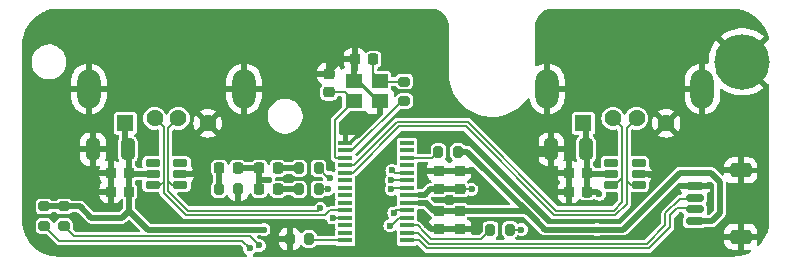
<source format=gbr>
%TF.GenerationSoftware,KiCad,Pcbnew,8.0.2*%
%TF.CreationDate,2025-12-10T20:43:24-08:00*%
%TF.ProjectId,USBHubV3,55534248-7562-4563-932e-6b696361645f,rev?*%
%TF.SameCoordinates,Original*%
%TF.FileFunction,Copper,L1,Top*%
%TF.FilePolarity,Positive*%
%FSLAX46Y46*%
G04 Gerber Fmt 4.6, Leading zero omitted, Abs format (unit mm)*
G04 Created by KiCad (PCBNEW 8.0.2) date 2025-12-10 20:43:24*
%MOMM*%
%LPD*%
G01*
G04 APERTURE LIST*
G04 Aperture macros list*
%AMRoundRect*
0 Rectangle with rounded corners*
0 $1 Rounding radius*
0 $2 $3 $4 $5 $6 $7 $8 $9 X,Y pos of 4 corners*
0 Add a 4 corners polygon primitive as box body*
4,1,4,$2,$3,$4,$5,$6,$7,$8,$9,$2,$3,0*
0 Add four circle primitives for the rounded corners*
1,1,$1+$1,$2,$3*
1,1,$1+$1,$4,$5*
1,1,$1+$1,$6,$7*
1,1,$1+$1,$8,$9*
0 Add four rect primitives between the rounded corners*
20,1,$1+$1,$2,$3,$4,$5,0*
20,1,$1+$1,$4,$5,$6,$7,0*
20,1,$1+$1,$6,$7,$8,$9,0*
20,1,$1+$1,$8,$9,$2,$3,0*%
G04 Aperture macros list end*
%TA.AperFunction,SMDPad,CuDef*%
%ADD10RoundRect,0.200000X-0.275000X0.200000X-0.275000X-0.200000X0.275000X-0.200000X0.275000X0.200000X0*%
%TD*%
%TA.AperFunction,SMDPad,CuDef*%
%ADD11RoundRect,0.225000X-0.250000X0.225000X-0.250000X-0.225000X0.250000X-0.225000X0.250000X0.225000X0*%
%TD*%
%TA.AperFunction,SMDPad,CuDef*%
%ADD12R,1.400000X1.200000*%
%TD*%
%TA.AperFunction,SMDPad,CuDef*%
%ADD13RoundRect,0.200000X0.200000X0.275000X-0.200000X0.275000X-0.200000X-0.275000X0.200000X-0.275000X0*%
%TD*%
%TA.AperFunction,SMDPad,CuDef*%
%ADD14RoundRect,0.200000X0.275000X-0.200000X0.275000X0.200000X-0.275000X0.200000X-0.275000X-0.200000X0*%
%TD*%
%TA.AperFunction,SMDPad,CuDef*%
%ADD15R,1.200000X0.400000*%
%TD*%
%TA.AperFunction,SMDPad,CuDef*%
%ADD16RoundRect,0.225000X-0.225000X-0.250000X0.225000X-0.250000X0.225000X0.250000X-0.225000X0.250000X0*%
%TD*%
%TA.AperFunction,SMDPad,CuDef*%
%ADD17RoundRect,0.150000X0.475000X0.150000X-0.475000X0.150000X-0.475000X-0.150000X0.475000X-0.150000X0*%
%TD*%
%TA.AperFunction,ComponentPad*%
%ADD18C,4.700000*%
%TD*%
%TA.AperFunction,SMDPad,CuDef*%
%ADD19RoundRect,0.250000X-0.325000X-0.650000X0.325000X-0.650000X0.325000X0.650000X-0.325000X0.650000X0*%
%TD*%
%TA.AperFunction,SMDPad,CuDef*%
%ADD20RoundRect,0.150000X0.625000X-0.150000X0.625000X0.150000X-0.625000X0.150000X-0.625000X-0.150000X0*%
%TD*%
%TA.AperFunction,SMDPad,CuDef*%
%ADD21RoundRect,0.250000X0.650000X-0.350000X0.650000X0.350000X-0.650000X0.350000X-0.650000X-0.350000X0*%
%TD*%
%TA.AperFunction,SMDPad,CuDef*%
%ADD22RoundRect,0.225000X0.250000X-0.225000X0.250000X0.225000X-0.250000X0.225000X-0.250000X-0.225000X0*%
%TD*%
%TA.AperFunction,SMDPad,CuDef*%
%ADD23RoundRect,0.200000X-0.200000X-0.275000X0.200000X-0.275000X0.200000X0.275000X-0.200000X0.275000X0*%
%TD*%
%TA.AperFunction,SMDPad,CuDef*%
%ADD24RoundRect,0.218750X0.218750X0.256250X-0.218750X0.256250X-0.218750X-0.256250X0.218750X-0.256250X0*%
%TD*%
%TA.AperFunction,SMDPad,CuDef*%
%ADD25RoundRect,0.218750X-0.218750X-0.256250X0.218750X-0.256250X0.218750X0.256250X-0.218750X0.256250X0*%
%TD*%
%TA.AperFunction,ComponentPad*%
%ADD26R,1.428000X1.428000*%
%TD*%
%TA.AperFunction,ComponentPad*%
%ADD27C,1.428000*%
%TD*%
%TA.AperFunction,ComponentPad*%
%ADD28O,2.000000X3.316000*%
%TD*%
%TA.AperFunction,ViaPad*%
%ADD29C,0.600000*%
%TD*%
%TA.AperFunction,Conductor*%
%ADD30C,0.200000*%
%TD*%
%TA.AperFunction,Conductor*%
%ADD31C,0.500000*%
%TD*%
%TA.AperFunction,Conductor*%
%ADD32C,0.300000*%
%TD*%
G04 APERTURE END LIST*
D10*
%TO.P,R9,1*%
%TO.N,Net-(C2-Pad2)*%
X32900000Y-6675000D03*
%TO.P,R9,2*%
%TO.N,XOUT*%
X32900000Y-8325000D03*
%TD*%
D11*
%TO.P,C1,1*%
%TO.N,GND*%
X26500000Y-6025000D03*
%TO.P,C1,2*%
%TO.N,XIN*%
X26500000Y-7575000D03*
%TD*%
D12*
%TO.P,Y1,1,1*%
%TO.N,Net-(C2-Pad2)*%
X30800000Y-6650000D03*
%TO.P,Y1,2,2*%
%TO.N,GND*%
X28600000Y-6650000D03*
%TO.P,Y1,3,3*%
%TO.N,XIN*%
X28600000Y-8350000D03*
%TO.P,Y1,4,4*%
%TO.N,GND*%
X30800000Y-8350000D03*
%TD*%
D13*
%TO.P,R4,1*%
%TO.N,+5V*%
X37425000Y-12600000D03*
%TO.P,R4,2*%
%TO.N,Net-(U1-~{OVCJ})*%
X35775000Y-12600000D03*
%TD*%
%TO.P,R7,1*%
%TO.N,LED1*%
X25625000Y-15800000D03*
%TO.P,R7,2*%
%TO.N,Net-(D1-K)*%
X23975000Y-15800000D03*
%TD*%
D14*
%TO.P,R1,1*%
%TO.N,Net-(U1-VBUSM)*%
X2400000Y-18895000D03*
%TO.P,R1,2*%
%TO.N,+5V*%
X2400000Y-17245000D03*
%TD*%
D15*
%TO.P,U1,1,VSS*%
%TO.N,GND*%
X27900000Y-11872500D03*
%TO.P,U1,2,XOUT*%
%TO.N,XOUT*%
X27900000Y-12507500D03*
%TO.P,U1,3,XIN*%
%TO.N,XIN*%
X27900000Y-13142500D03*
%TO.P,U1,4,DM4*%
%TO.N,D4-*%
X27900000Y-13777500D03*
%TO.P,U1,5,DP4*%
%TO.N,D4+*%
X27900000Y-14412500D03*
%TO.P,U1,6,DM3*%
%TO.N,unconnected-(U1-DM3-Pad6)*%
X27900000Y-15047500D03*
%TO.P,U1,7,DP3*%
%TO.N,unconnected-(U1-DP3-Pad7)*%
X27900000Y-15682500D03*
%TO.P,U1,8,DM2*%
%TO.N,unconnected-(U1-DM2-Pad8)*%
X27900000Y-16317500D03*
%TO.P,U1,9,DP2*%
%TO.N,unconnected-(U1-DP2-Pad9)*%
X27900000Y-16952500D03*
%TO.P,U1,10,DM1*%
%TO.N,D1-*%
X27900000Y-17587500D03*
%TO.P,U1,11,DP1*%
%TO.N,D1+*%
X27900000Y-18222500D03*
%TO.P,U1,12,NC*%
%TO.N,unconnected-(U1-NC-Pad12)*%
X27900000Y-18857500D03*
%TO.P,U1,13,NC*%
%TO.N,unconnected-(U1-NC-Pad13)*%
X27900000Y-19492500D03*
%TO.P,U1,14,REXT*%
%TO.N,Net-(U1-REXT)*%
X27900000Y-20127500D03*
%TO.P,U1,15,DMU*%
%TO.N,D0-*%
X33100000Y-20127500D03*
%TO.P,U1,16,DPU*%
%TO.N,D0+*%
X33100000Y-19492500D03*
%TO.P,U1,17,~{XRSTJ}*%
%TO.N,Net-(U1-~{XRSTJ})*%
X33100000Y-18857500D03*
%TO.P,U1,18,VBUSM*%
%TO.N,Net-(U1-VBUSM)*%
X33100000Y-18222500D03*
%TO.P,U1,19,BUSJ*%
%TO.N,Net-(U1-BUSJ)*%
X33100000Y-17587500D03*
%TO.P,U1,20,VDD5*%
%TO.N,+5V*%
X33100000Y-16952500D03*
%TO.P,U1,21,VDD3F*%
%TO.N,+3.3V*%
X33100000Y-16317500D03*
%TO.P,U1,22,DRV*%
%TO.N,DRV*%
X33100000Y-15682500D03*
%TO.P,U1,23,LED1*%
%TO.N,LED1*%
X33100000Y-15047500D03*
%TO.P,U1,24,LED2*%
%TO.N,LED2*%
X33100000Y-14412500D03*
%TO.P,U1,25,~{PWRJ}*%
%TO.N,unconnected-(U1-~{PWRJ}-Pad25)*%
X33100000Y-13777500D03*
%TO.P,U1,26,~{OVCJ}*%
%TO.N,Net-(U1-~{OVCJ})*%
X33100000Y-13142500D03*
%TO.P,U1,27,~{TESTJ}*%
%TO.N,unconnected-(U1-~{TESTJ}-Pad27)*%
X33100000Y-12507500D03*
%TO.P,U1,28,NC*%
%TO.N,unconnected-(U1-NC-Pad28)*%
X33100000Y-11872500D03*
%TD*%
D16*
%TO.P,C4,1*%
%TO.N,GND*%
X46825000Y-14400000D03*
%TO.P,C4,2*%
%TO.N,+5V*%
X48375000Y-14400000D03*
%TD*%
D11*
%TO.P,C11,1*%
%TO.N,+5V*%
X37600000Y-17625000D03*
%TO.P,C11,2*%
%TO.N,GND*%
X37600000Y-19175000D03*
%TD*%
D17*
%TO.P,U5,1,IO1*%
%TO.N,D1+*%
X13925000Y-15450000D03*
%TO.P,U5,2,VN*%
%TO.N,GND*%
X13925000Y-14500000D03*
%TO.P,U5,3,IO2*%
%TO.N,unconnected-(U5-IO2-Pad3)*%
X13925000Y-13550000D03*
%TO.P,U5,4,IO3*%
%TO.N,unconnected-(U5-IO3-Pad4)*%
X11575000Y-13550000D03*
%TO.P,U5,5,VP*%
%TO.N,+5V*%
X11575000Y-14500000D03*
%TO.P,U5,6,IO4*%
%TO.N,D1-*%
X11575000Y-15450000D03*
%TD*%
D16*
%TO.P,C6,1*%
%TO.N,GND*%
X46825000Y-16000000D03*
%TO.P,C6,2*%
%TO.N,+5V*%
X48375000Y-16000000D03*
%TD*%
D18*
%TO.P,H1,1,1*%
%TO.N,GND*%
X61500000Y-5000000D03*
%TD*%
D19*
%TO.P,C8,1*%
%TO.N,GND*%
X45325000Y-12400000D03*
%TO.P,C8,2*%
%TO.N,+5V*%
X48275000Y-12400000D03*
%TD*%
D14*
%TO.P,R2,1*%
%TO.N,Net-(U1-BUSJ)*%
X4070000Y-18895000D03*
%TO.P,R2,2*%
%TO.N,+5V*%
X4070000Y-17245000D03*
%TD*%
D16*
%TO.P,C3,1*%
%TO.N,GND*%
X8025000Y-14400000D03*
%TO.P,C3,2*%
%TO.N,+5V*%
X9575000Y-14400000D03*
%TD*%
D20*
%TO.P,J3,1,Pin_1*%
%TO.N,+5V*%
X57500000Y-18500000D03*
%TO.P,J3,2,Pin_2*%
%TO.N,D0-*%
X57500000Y-17500000D03*
%TO.P,J3,3,Pin_3*%
%TO.N,D0+*%
X57500000Y-16500000D03*
%TO.P,J3,4,Pin_4*%
%TO.N,GND*%
X57500000Y-15500000D03*
D21*
%TO.P,J3,MP,MountPin*%
X61375000Y-19800000D03*
X61375000Y-14200000D03*
%TD*%
D22*
%TO.P,C10,1*%
%TO.N,+3.3V*%
X35800000Y-15775000D03*
%TO.P,C10,2*%
%TO.N,GND*%
X35800000Y-14225000D03*
%TD*%
%TO.P,C12,1*%
%TO.N,+3.3V*%
X37600000Y-15775000D03*
%TO.P,C12,2*%
%TO.N,GND*%
X37600000Y-14225000D03*
%TD*%
D16*
%TO.P,C5,1*%
%TO.N,GND*%
X8025000Y-16000000D03*
%TO.P,C5,2*%
%TO.N,+5V*%
X9575000Y-16000000D03*
%TD*%
D13*
%TO.P,R8,1*%
%TO.N,GND*%
X18825000Y-15800000D03*
%TO.P,R8,2*%
%TO.N,Net-(D3-K)*%
X17175000Y-15800000D03*
%TD*%
D19*
%TO.P,C7,1*%
%TO.N,GND*%
X6525000Y-12400000D03*
%TO.P,C7,2*%
%TO.N,+5V*%
X9475000Y-12400000D03*
%TD*%
D13*
%TO.P,R3,1*%
%TO.N,+3.3V*%
X41825000Y-19200000D03*
%TO.P,R3,2*%
%TO.N,Net-(U1-~{XRSTJ})*%
X40175000Y-19200000D03*
%TD*%
D23*
%TO.P,R5,1*%
%TO.N,GND*%
X23175000Y-20000000D03*
%TO.P,R5,2*%
%TO.N,Net-(U1-REXT)*%
X24825000Y-20000000D03*
%TD*%
D24*
%TO.P,D1,1,K*%
%TO.N,Net-(D1-K)*%
X22187500Y-15800000D03*
%TO.P,D1,2,A*%
%TO.N,DRV*%
X20612500Y-15800000D03*
%TD*%
D25*
%TO.P,D4,1,K*%
%TO.N,DRV*%
X20612500Y-14000000D03*
%TO.P,D4,2,A*%
%TO.N,Net-(D4-A)*%
X22187500Y-14000000D03*
%TD*%
D11*
%TO.P,C9,1*%
%TO.N,+5V*%
X35800000Y-17625000D03*
%TO.P,C9,2*%
%TO.N,GND*%
X35800000Y-19175000D03*
%TD*%
D13*
%TO.P,R10,1*%
%TO.N,LED2*%
X25625000Y-14000000D03*
%TO.P,R10,2*%
%TO.N,Net-(D4-A)*%
X23975000Y-14000000D03*
%TD*%
D16*
%TO.P,C2,1*%
%TO.N,GND*%
X28700000Y-4800000D03*
%TO.P,C2,2*%
%TO.N,Net-(C2-Pad2)*%
X30250000Y-4800000D03*
%TD*%
D25*
%TO.P,D3,1,K*%
%TO.N,Net-(D3-K)*%
X17212500Y-14000000D03*
%TO.P,D3,2,A*%
%TO.N,DRV*%
X18787500Y-14000000D03*
%TD*%
D17*
%TO.P,U6,1,IO1*%
%TO.N,D4+*%
X52725000Y-15450000D03*
%TO.P,U6,2,VN*%
%TO.N,GND*%
X52725000Y-14500000D03*
%TO.P,U6,3,IO2*%
%TO.N,unconnected-(U6-IO2-Pad3)*%
X52725000Y-13550000D03*
%TO.P,U6,4,IO3*%
%TO.N,unconnected-(U6-IO3-Pad4)*%
X50375000Y-13550000D03*
%TO.P,U6,5,VP*%
%TO.N,+5V*%
X50375000Y-14500000D03*
%TO.P,U6,6,IO4*%
%TO.N,D4-*%
X50375000Y-15450000D03*
%TD*%
D26*
%TO.P,J1,1,VUSB*%
%TO.N,+5V*%
X9250000Y-10190000D03*
D27*
%TO.P,J1,2,D-*%
%TO.N,D1-*%
X11750000Y-9790000D03*
%TO.P,J1,3,D+*%
%TO.N,D1+*%
X13750000Y-9790000D03*
%TO.P,J1,4,GND*%
%TO.N,GND*%
X16250000Y-10190000D03*
D28*
%TO.P,J1,5,SHIELD*%
X6180000Y-7280000D03*
%TO.P,J1,6,SHIELD__1*%
X19320000Y-7280000D03*
%TD*%
D26*
%TO.P,J2,1,VUSB*%
%TO.N,+5V*%
X48050000Y-10190000D03*
D27*
%TO.P,J2,2,D-*%
%TO.N,D4-*%
X50550000Y-9790000D03*
%TO.P,J2,3,D+*%
%TO.N,D4+*%
X52550000Y-9790000D03*
%TO.P,J2,4,GND*%
%TO.N,GND*%
X55050000Y-10190000D03*
D28*
%TO.P,J2,5,SHIELD*%
X44980000Y-7280000D03*
%TO.P,J2,6,SHIELD__1*%
X58120000Y-7280000D03*
%TD*%
D29*
%TO.N,GND*%
X28975735Y-11175735D03*
X38600000Y-14200000D03*
X29200000Y-17400000D03*
X45800000Y-14400000D03*
X59800000Y-19800000D03*
X58800000Y-15400000D03*
X34800000Y-18800000D03*
X5400000Y-12400000D03*
X15200000Y-14400000D03*
X60000000Y-14200000D03*
X38800000Y-19200000D03*
X44200000Y-12800000D03*
X45800000Y-16000000D03*
X7000000Y-16000000D03*
X27500000Y-4800000D03*
X18800000Y-16800000D03*
X34600000Y-14200000D03*
X53800000Y-14600000D03*
X7000000Y-14400000D03*
%TO.N,+5V*%
X49200000Y-19200000D03*
X21000000Y-19200000D03*
X49400000Y-16200000D03*
X34759648Y-16985312D03*
%TO.N,+3.3V*%
X38600000Y-15800000D03*
X42800000Y-19200000D03*
%TO.N,DRV*%
X31800000Y-15800000D03*
X21400000Y-15000000D03*
%TO.N,D1+*%
X26818015Y-18218015D03*
X25769485Y-17400000D03*
%TO.N,Net-(U1-BUSJ)*%
X20600000Y-20550000D03*
X32000000Y-17800000D03*
%TO.N,LED1*%
X26400000Y-15800000D03*
X31800000Y-15000000D03*
%TO.N,LED2*%
X26600000Y-14800000D03*
X31847139Y-14201391D03*
%TO.N,Net-(U1-VBUSM)*%
X31678861Y-18878860D03*
X19802761Y-20800000D03*
%TD*%
D30*
%TO.N,XIN*%
X27900000Y-13142500D02*
X27135000Y-13142500D01*
X27100000Y-13142500D02*
X27000000Y-13042500D01*
X26500000Y-7575000D02*
X27825000Y-7575000D01*
X27825000Y-7575000D02*
X28600000Y-8350000D01*
X27000000Y-9950000D02*
X28600000Y-8350000D01*
X27000000Y-13007500D02*
X27000000Y-9950000D01*
X27135000Y-13142500D02*
X27000000Y-13007500D01*
X27900000Y-13142500D02*
X27100000Y-13142500D01*
D31*
%TO.N,GND*%
X38775000Y-19175000D02*
X38800000Y-19200000D01*
X37600000Y-14225000D02*
X38575000Y-14225000D01*
X6525000Y-12400000D02*
X5400000Y-12400000D01*
D32*
X29000000Y-6650000D02*
X28600000Y-6650000D01*
D31*
X61375000Y-14200000D02*
X60000000Y-14200000D01*
D32*
X30800000Y-8350000D02*
X30800000Y-9400000D01*
D31*
X37600000Y-14225000D02*
X35800000Y-14225000D01*
X45325000Y-12800000D02*
X44200000Y-12800000D01*
X8025000Y-16000000D02*
X7000000Y-16000000D01*
X35175000Y-19175000D02*
X34800000Y-18800000D01*
X37600000Y-19175000D02*
X38775000Y-19175000D01*
D32*
X27900000Y-11872500D02*
X28278970Y-11872500D01*
D31*
X35800000Y-14225000D02*
X34625000Y-14225000D01*
X28600000Y-4700000D02*
X28700000Y-4600000D01*
X13925000Y-14500000D02*
X15100000Y-14500000D01*
X61375000Y-19800000D02*
X59800000Y-19800000D01*
X35800000Y-14225000D02*
X35571361Y-14225000D01*
X46825000Y-16000000D02*
X45800000Y-16000000D01*
X38575000Y-14225000D02*
X38600000Y-14200000D01*
X26500000Y-5800000D02*
X27500000Y-4800000D01*
X57500000Y-15500000D02*
X58700000Y-15500000D01*
D32*
X30800000Y-8350000D02*
X30700000Y-8350000D01*
D31*
X18825000Y-16775000D02*
X18800000Y-16800000D01*
D32*
X30800000Y-8350000D02*
X30800000Y-9351470D01*
D31*
X37600000Y-19175000D02*
X35175000Y-19175000D01*
X58700000Y-15500000D02*
X58800000Y-15400000D01*
X15100000Y-14500000D02*
X15200000Y-14400000D01*
X34625000Y-14225000D02*
X34600000Y-14200000D01*
D32*
X28278970Y-11872500D02*
X28975735Y-11175735D01*
D31*
X26500000Y-6025000D02*
X26500000Y-5800000D01*
X28700000Y-4800000D02*
X27500000Y-4800000D01*
X8025000Y-14400000D02*
X7000000Y-14400000D01*
D32*
X30700000Y-8350000D02*
X29000000Y-6650000D01*
D31*
X53700000Y-14500000D02*
X53800000Y-14600000D01*
X18825000Y-15800000D02*
X18825000Y-16775000D01*
D32*
X28327500Y-11872500D02*
X27900000Y-11872500D01*
D31*
X28600000Y-6650000D02*
X28600000Y-4700000D01*
X52725000Y-14500000D02*
X53700000Y-14500000D01*
X46825000Y-14400000D02*
X45800000Y-14400000D01*
D32*
X30800000Y-9400000D02*
X28327500Y-11872500D01*
D31*
X37600000Y-14225000D02*
X37825000Y-14225000D01*
D30*
%TO.N,Net-(C2-Pad2)*%
X30250000Y-5950000D02*
X30250000Y-4600000D01*
X30800000Y-6650000D02*
X30800000Y-6500000D01*
X32900000Y-6675000D02*
X30825000Y-6675000D01*
X30825000Y-6675000D02*
X30800000Y-6650000D01*
X30800000Y-6500000D02*
X30250000Y-5950000D01*
D31*
%TO.N,+5V*%
X9675000Y-14500000D02*
X9575000Y-14400000D01*
X50375000Y-14500000D02*
X48475000Y-14500000D01*
X9575000Y-17600000D02*
X8975000Y-18200000D01*
X34752500Y-16978164D02*
X34759648Y-16985312D01*
X57500000Y-18500000D02*
X58900000Y-18500000D01*
X51400000Y-19200000D02*
X49200000Y-19200000D01*
X56200000Y-14400000D02*
X51400000Y-19200000D01*
X58860661Y-14400000D02*
X56200000Y-14400000D01*
X11575000Y-14500000D02*
X9675000Y-14500000D01*
X9575000Y-16000000D02*
X9575000Y-17600000D01*
X4070000Y-17245000D02*
X2270000Y-17245000D01*
X39000000Y-17625000D02*
X37600000Y-17625000D01*
X44000000Y-18400000D02*
X38200000Y-12600000D01*
X48475000Y-14500000D02*
X48375000Y-14400000D01*
X48275000Y-12800000D02*
X48275000Y-10215000D01*
X39000000Y-17625000D02*
X35800000Y-17625000D01*
X44800000Y-19200000D02*
X44000000Y-18400000D01*
X9250000Y-9990000D02*
X9250000Y-12625000D01*
X5445000Y-17245000D02*
X4070000Y-17245000D01*
X34752500Y-16952500D02*
X34150000Y-16952500D01*
X48375000Y-16000000D02*
X49200000Y-16000000D01*
X48375000Y-14400000D02*
X48375000Y-12500000D01*
X59600000Y-17800000D02*
X59600000Y-15139339D01*
X9575000Y-14400000D02*
X9575000Y-12500000D01*
X59600000Y-15139339D02*
X58860661Y-14400000D01*
X9575000Y-17600000D02*
X11175000Y-19200000D01*
X48375000Y-14400000D02*
X48375000Y-16000000D01*
X49200000Y-16000000D02*
X49400000Y-16200000D01*
X49200000Y-19200000D02*
X44800000Y-19200000D01*
X21000000Y-19200000D02*
X11175000Y-19200000D01*
X8975000Y-18200000D02*
X6400000Y-18200000D01*
X43225000Y-17625000D02*
X39000000Y-17625000D01*
X48375000Y-12500000D02*
X48275000Y-12400000D01*
X9575000Y-12500000D02*
X9475000Y-12400000D01*
X48275000Y-10215000D02*
X48050000Y-9990000D01*
X44000000Y-18400000D02*
X43225000Y-17625000D01*
X9575000Y-14400000D02*
X9575000Y-16000000D01*
X37975000Y-12600000D02*
X37425000Y-12600000D01*
X35425000Y-17625000D02*
X34752500Y-16952500D01*
X6400000Y-18200000D02*
X5445000Y-17245000D01*
X58900000Y-18500000D02*
X59600000Y-17800000D01*
X38200000Y-12600000D02*
X37975000Y-12600000D01*
D32*
X33100000Y-16952500D02*
X34150000Y-16952500D01*
X37600000Y-17625000D02*
X37825000Y-17625000D01*
D31*
X35800000Y-17625000D02*
X35425000Y-17625000D01*
X34752500Y-16952500D02*
X34752500Y-16978164D01*
%TO.N,+3.3V*%
X35800000Y-15775000D02*
X35077500Y-15775000D01*
D30*
X37625000Y-15800000D02*
X37600000Y-15775000D01*
D32*
X33100000Y-16317500D02*
X34135000Y-16317500D01*
D31*
X35077500Y-15775000D02*
X34600000Y-16252500D01*
D30*
X41825000Y-19200000D02*
X42800000Y-19200000D01*
D31*
X35800000Y-15775000D02*
X37600000Y-15775000D01*
D32*
X34135000Y-16317500D02*
X34200000Y-16252500D01*
D31*
X34600000Y-16252500D02*
X34135000Y-16252500D01*
D30*
X38600000Y-15800000D02*
X37625000Y-15800000D01*
D31*
%TO.N,DRV*%
X20612500Y-14000000D02*
X20612500Y-15000000D01*
X20612500Y-15000000D02*
X20612500Y-15800000D01*
D30*
X31917500Y-15682500D02*
X31800000Y-15800000D01*
X33100000Y-15682500D02*
X31917500Y-15682500D01*
D31*
X18787500Y-14000000D02*
X20612500Y-14000000D01*
X20612500Y-15000000D02*
X21400000Y-15000000D01*
%TO.N,Net-(D1-K)*%
X22187500Y-15800000D02*
X23975000Y-15800000D01*
%TO.N,Net-(D3-K)*%
X17175000Y-14037500D02*
X17212500Y-14000000D01*
X17175000Y-15800000D02*
X17175000Y-14037500D01*
D30*
%TO.N,D1-*%
X26600000Y-17587500D02*
X27900000Y-17587500D01*
X12500000Y-16100000D02*
X14400000Y-18000000D01*
X12500000Y-15149999D02*
X12500000Y-10540000D01*
X11575000Y-15450000D02*
X12199999Y-15450000D01*
X12199999Y-15450000D02*
X12500000Y-15149999D01*
X26187500Y-18000000D02*
X26600000Y-17587500D01*
X12500000Y-15149999D02*
X12500000Y-16100000D01*
X14400000Y-18000000D02*
X26187500Y-18000000D01*
X12500000Y-10540000D02*
X11750000Y-9790000D01*
%TO.N,D1+*%
X12900000Y-15100000D02*
X13250000Y-15450000D01*
X14082843Y-17117157D02*
X14565686Y-17600000D01*
X12900000Y-15100000D02*
X12900000Y-10640000D01*
X12900000Y-10640000D02*
X13750000Y-9790000D01*
X27895515Y-18218015D02*
X27900000Y-18222500D01*
X12900000Y-15100000D02*
X12900000Y-15934314D01*
X19000000Y-17600000D02*
X25569485Y-17600000D01*
X25569485Y-17600000D02*
X25769485Y-17400000D01*
X26818015Y-18218015D02*
X27895515Y-18218015D01*
X14565686Y-17600000D02*
X19000000Y-17600000D01*
X13250000Y-15450000D02*
X13925000Y-15450000D01*
X12900000Y-15934314D02*
X14082843Y-17117157D01*
%TO.N,D4-*%
X51300000Y-10540000D02*
X50550000Y-9790000D01*
X38237279Y-10071593D02*
X45765686Y-17600000D01*
X51300000Y-14400000D02*
X51300000Y-14200000D01*
X27900000Y-13777500D02*
X28600000Y-13777500D01*
X51300000Y-16900000D02*
X51300000Y-14200000D01*
X28600000Y-13777500D02*
X32305907Y-10071593D01*
X51300000Y-14200000D02*
X51300000Y-10540000D01*
X51300000Y-14840552D02*
X51300000Y-14400000D01*
X50600000Y-17600000D02*
X51300000Y-16900000D01*
X32305907Y-10071593D02*
X38237279Y-10071593D01*
X50690552Y-15450000D02*
X51300000Y-14840552D01*
X50375000Y-15450000D02*
X50690552Y-15450000D01*
X45765686Y-17600000D02*
X50600000Y-17600000D01*
%TO.N,D4+*%
X51700000Y-10640000D02*
X52550000Y-9790000D01*
X45600000Y-18000000D02*
X50765686Y-18000000D01*
X38071593Y-10471593D02*
X45600000Y-18000000D01*
X52725000Y-15450000D02*
X52100001Y-15450000D01*
X27900000Y-14412500D02*
X28530686Y-14412500D01*
X52100001Y-15450000D02*
X51700000Y-15049999D01*
X51700000Y-15049999D02*
X51700000Y-10640000D01*
X51700000Y-17065686D02*
X51700000Y-15049999D01*
X28530686Y-14412500D02*
X32471593Y-10471593D01*
X32471593Y-10471593D02*
X38071593Y-10471593D01*
X50765686Y-18000000D02*
X51700000Y-17065686D01*
%TO.N,D0+*%
X33100000Y-19492500D02*
X34058186Y-19492500D01*
X57400000Y-16600000D02*
X57500000Y-16500000D01*
X55000000Y-17834314D02*
X56234314Y-16600000D01*
X34058186Y-19492500D02*
X34965686Y-20400000D01*
X56234314Y-16600000D02*
X57400000Y-16600000D01*
X34965686Y-20400000D02*
X53400000Y-20400000D01*
X55000000Y-18800000D02*
X55000000Y-17834314D01*
X53400000Y-20400000D02*
X55000000Y-18800000D01*
%TO.N,D0-*%
X34127500Y-20127500D02*
X34800000Y-20800000D01*
X55400000Y-18000000D02*
X56000000Y-17400000D01*
X56000000Y-17400000D02*
X57400000Y-17400000D01*
X57400000Y-17400000D02*
X57500000Y-17500000D01*
X34800000Y-20800000D02*
X53600000Y-20800000D01*
X53600000Y-20800000D02*
X55400000Y-19000000D01*
X55400000Y-19000000D02*
X55400000Y-18000000D01*
X33100000Y-20127500D02*
X34127500Y-20127500D01*
%TO.N,Net-(U1-BUSJ)*%
X32000000Y-17800000D02*
X32212500Y-17587500D01*
X4925000Y-19750000D02*
X4070000Y-18895000D01*
X32212500Y-17587500D02*
X33100000Y-17587500D01*
X19800000Y-19750000D02*
X4925000Y-19750000D01*
X20600000Y-20550000D02*
X19800000Y-19750000D01*
%TO.N,Net-(U1-~{XRSTJ})*%
X34008971Y-18857500D02*
X34551471Y-19400000D01*
X35131372Y-20000000D02*
X38800000Y-20000000D01*
X38800000Y-20000000D02*
X39375000Y-20000000D01*
X34551471Y-19400000D02*
X34551471Y-19420099D01*
X39375000Y-20000000D02*
X40175000Y-19200000D01*
X33100000Y-18857500D02*
X34008971Y-18857500D01*
X34551471Y-19420099D02*
X35131372Y-20000000D01*
%TO.N,Net-(U1-~{OVCJ})*%
X35232500Y-13142500D02*
X35775000Y-12600000D01*
X33100000Y-13142500D02*
X35232500Y-13142500D01*
%TO.N,Net-(U1-REXT)*%
X27900000Y-20127500D02*
X24952500Y-20127500D01*
X24952500Y-20127500D02*
X24825000Y-20000000D01*
%TO.N,LED1*%
X33052500Y-15000000D02*
X33100000Y-15047500D01*
X25625000Y-15800000D02*
X26400000Y-15800000D01*
X31800000Y-15000000D02*
X33052500Y-15000000D01*
%TO.N,XOUT*%
X28492500Y-12507500D02*
X32675000Y-8325000D01*
X27900000Y-12507500D02*
X28492500Y-12507500D01*
X32675000Y-8325000D02*
X32900000Y-8325000D01*
%TO.N,LED2*%
X32058248Y-14412500D02*
X31847139Y-14201391D01*
X33100000Y-14412500D02*
X32058248Y-14412500D01*
X26600000Y-14800000D02*
X26425000Y-14800000D01*
X26425000Y-14800000D02*
X25625000Y-14000000D01*
%TO.N,Net-(U1-VBUSM)*%
X19602761Y-20600000D02*
X19802761Y-20800000D01*
X31769669Y-18878860D02*
X31678861Y-18878860D01*
X33100000Y-18222500D02*
X32426029Y-18222500D01*
X19802761Y-20800000D02*
X19152761Y-20150000D01*
X19152761Y-20150000D02*
X3655000Y-20150000D01*
X3655000Y-20150000D02*
X2400000Y-18895000D01*
X32426029Y-18222500D02*
X31769669Y-18878860D01*
D31*
%TO.N,Net-(D4-A)*%
X22187500Y-14000000D02*
X23975000Y-14000000D01*
%TD*%
%TA.AperFunction,Conductor*%
%TO.N,GND*%
G36*
X58925293Y-15191275D02*
G01*
X58974236Y-15221388D01*
X59063181Y-15310333D01*
X59096666Y-15371656D01*
X59099500Y-15398014D01*
X59099500Y-17541324D01*
X59079815Y-17608363D01*
X59063181Y-17629005D01*
X58729005Y-17963181D01*
X58667682Y-17996666D01*
X58641324Y-17999500D01*
X58598762Y-17999500D01*
X58531723Y-17979815D01*
X58485968Y-17927011D01*
X58476024Y-17857853D01*
X58488277Y-17819205D01*
X58488787Y-17818204D01*
X58510646Y-17775304D01*
X58510646Y-17775302D01*
X58510647Y-17775301D01*
X58525499Y-17681524D01*
X58525500Y-17681519D01*
X58525499Y-17318482D01*
X58510646Y-17224696D01*
X58453050Y-17111658D01*
X58429072Y-17087680D01*
X58395588Y-17026360D01*
X58400572Y-16956668D01*
X58429072Y-16912319D01*
X58453050Y-16888342D01*
X58510646Y-16775304D01*
X58510646Y-16775302D01*
X58510647Y-16775301D01*
X58525499Y-16681524D01*
X58525500Y-16681519D01*
X58525499Y-16318482D01*
X58525097Y-16315946D01*
X58514909Y-16251614D01*
X58523865Y-16182321D01*
X58549702Y-16144536D01*
X58642681Y-16051557D01*
X58642685Y-16051552D01*
X58726281Y-15910198D01*
X58772100Y-15752486D01*
X58772295Y-15750001D01*
X58772295Y-15750000D01*
X56227705Y-15750000D01*
X56227704Y-15750001D01*
X56227899Y-15752486D01*
X56273718Y-15910198D01*
X56361288Y-16058271D01*
X56359566Y-16059288D01*
X56381257Y-16114545D01*
X56367572Y-16183062D01*
X56319017Y-16233303D01*
X56257742Y-16249500D01*
X56188170Y-16249500D01*
X56125129Y-16266391D01*
X56125128Y-16266392D01*
X56099026Y-16273386D01*
X56099025Y-16273386D01*
X56099023Y-16273387D01*
X56019105Y-16319527D01*
X56019100Y-16319531D01*
X54719531Y-17619100D01*
X54719529Y-17619103D01*
X54703481Y-17646899D01*
X54698062Y-17656287D01*
X54687434Y-17674695D01*
X54687432Y-17674698D01*
X54673386Y-17699023D01*
X54649500Y-17788170D01*
X54649500Y-18603456D01*
X54629815Y-18670495D01*
X54613181Y-18691137D01*
X53291137Y-20013181D01*
X53229814Y-20046666D01*
X53203456Y-20049500D01*
X42382059Y-20049500D01*
X42315020Y-20029815D01*
X42269265Y-19977011D01*
X42259321Y-19907853D01*
X42288346Y-19844297D01*
X42308425Y-19825730D01*
X42347150Y-19797150D01*
X42396305Y-19730546D01*
X42451949Y-19688298D01*
X42521605Y-19682839D01*
X42543517Y-19689618D01*
X42656291Y-19736330D01*
X42783280Y-19753048D01*
X42799999Y-19755250D01*
X42800000Y-19755250D01*
X42800001Y-19755250D01*
X42814977Y-19753278D01*
X42943709Y-19736330D01*
X43077625Y-19680861D01*
X43192621Y-19592621D01*
X43280861Y-19477625D01*
X43336330Y-19343709D01*
X43355250Y-19200000D01*
X43336330Y-19056291D01*
X43280861Y-18922375D01*
X43192621Y-18807379D01*
X43077625Y-18719139D01*
X43077624Y-18719138D01*
X43077622Y-18719137D01*
X42943712Y-18663671D01*
X42943710Y-18663670D01*
X42943709Y-18663670D01*
X42867829Y-18653680D01*
X42800001Y-18644750D01*
X42799999Y-18644750D01*
X42656291Y-18663670D01*
X42656287Y-18663671D01*
X42543525Y-18710378D01*
X42474055Y-18717847D01*
X42411576Y-18686571D01*
X42396303Y-18669450D01*
X42347151Y-18602851D01*
X42344961Y-18601235D01*
X42237882Y-18522207D01*
X42237880Y-18522206D01*
X42109700Y-18477353D01*
X42079270Y-18474500D01*
X42079266Y-18474500D01*
X41570734Y-18474500D01*
X41570730Y-18474500D01*
X41540300Y-18477353D01*
X41540298Y-18477353D01*
X41412119Y-18522206D01*
X41412117Y-18522207D01*
X41302850Y-18602850D01*
X41222207Y-18712117D01*
X41222206Y-18712119D01*
X41177353Y-18840298D01*
X41177353Y-18840300D01*
X41174500Y-18870730D01*
X41174500Y-19529269D01*
X41177353Y-19559699D01*
X41177353Y-19559701D01*
X41220442Y-19682839D01*
X41222207Y-19687882D01*
X41302850Y-19797150D01*
X41341575Y-19825730D01*
X41383825Y-19881378D01*
X41389284Y-19951034D01*
X41356216Y-20012583D01*
X41295122Y-20046484D01*
X41267941Y-20049500D01*
X40732059Y-20049500D01*
X40665020Y-20029815D01*
X40619265Y-19977011D01*
X40609321Y-19907853D01*
X40638346Y-19844297D01*
X40658425Y-19825730D01*
X40697150Y-19797150D01*
X40777793Y-19687882D01*
X40808370Y-19600497D01*
X40822646Y-19559701D01*
X40822646Y-19559699D01*
X40825500Y-19529269D01*
X40825500Y-18870730D01*
X40822646Y-18840300D01*
X40822646Y-18840298D01*
X40786314Y-18736470D01*
X40777793Y-18712118D01*
X40697150Y-18602850D01*
X40587882Y-18522207D01*
X40587880Y-18522206D01*
X40459700Y-18477353D01*
X40429270Y-18474500D01*
X40429266Y-18474500D01*
X39920734Y-18474500D01*
X39920730Y-18474500D01*
X39890300Y-18477353D01*
X39890298Y-18477353D01*
X39762119Y-18522206D01*
X39762117Y-18522207D01*
X39652850Y-18602850D01*
X39572207Y-18712117D01*
X39572206Y-18712119D01*
X39527353Y-18840298D01*
X39527353Y-18840300D01*
X39524500Y-18870730D01*
X39524500Y-19303456D01*
X39504815Y-19370495D01*
X39488181Y-19391137D01*
X39266137Y-19613181D01*
X39204814Y-19646666D01*
X39178456Y-19649500D01*
X38691760Y-19649500D01*
X38624721Y-19629815D01*
X38578966Y-19577011D01*
X38568402Y-19512897D01*
X38574999Y-19448322D01*
X38575000Y-19448309D01*
X38575000Y-19425000D01*
X35674000Y-19425000D01*
X35606961Y-19405315D01*
X35561206Y-19352511D01*
X35550000Y-19301000D01*
X35550000Y-19049000D01*
X35569685Y-18981961D01*
X35622489Y-18936206D01*
X35674000Y-18925000D01*
X38574999Y-18925000D01*
X38574999Y-18901692D01*
X38574998Y-18901677D01*
X38564855Y-18802392D01*
X38511547Y-18641518D01*
X38511542Y-18641507D01*
X38422575Y-18497271D01*
X38422572Y-18497267D01*
X38302732Y-18377427D01*
X38302728Y-18377424D01*
X38266435Y-18355038D01*
X38219710Y-18303090D01*
X38208489Y-18234128D01*
X38236332Y-18170046D01*
X38294401Y-18131190D01*
X38331532Y-18125500D01*
X38934108Y-18125500D01*
X42966324Y-18125500D01*
X43033363Y-18145185D01*
X43054005Y-18161819D01*
X43599500Y-18707314D01*
X44399500Y-19507314D01*
X44492686Y-19600500D01*
X44606814Y-19666392D01*
X44734108Y-19700500D01*
X48945124Y-19700500D01*
X48992572Y-19709937D01*
X49056291Y-19736330D01*
X49152097Y-19748943D01*
X49199999Y-19755250D01*
X49200000Y-19755250D01*
X49200001Y-19755250D01*
X49239877Y-19750000D01*
X49343709Y-19736330D01*
X49407427Y-19709937D01*
X49454876Y-19700500D01*
X51465890Y-19700500D01*
X51465892Y-19700500D01*
X51593186Y-19666392D01*
X51707314Y-19600500D01*
X56054906Y-15252907D01*
X56116225Y-15219425D01*
X56185917Y-15224409D01*
X56224068Y-15250000D01*
X58772295Y-15250000D01*
X58795499Y-15224898D01*
X58855460Y-15189031D01*
X58925293Y-15191275D01*
G37*
%TD.AperFunction*%
%TA.AperFunction,Conductor*%
G36*
X34473418Y-17465708D02*
G01*
X34474514Y-17463063D01*
X34561918Y-17499266D01*
X34587265Y-17509765D01*
X34589547Y-17510710D01*
X34629776Y-17537590D01*
X35083100Y-17990914D01*
X35111600Y-18035261D01*
X35128369Y-18080221D01*
X35128374Y-18080230D01*
X35189438Y-18161802D01*
X35213855Y-18227266D01*
X35199003Y-18295539D01*
X35155270Y-18341649D01*
X35097270Y-18377424D01*
X34977427Y-18497267D01*
X34977424Y-18497271D01*
X34888457Y-18641507D01*
X34888452Y-18641518D01*
X34835144Y-18802392D01*
X34825922Y-18892653D01*
X34799525Y-18957344D01*
X34742344Y-18997495D01*
X34672533Y-19000357D01*
X34614883Y-18967730D01*
X34224184Y-18577031D01*
X34224179Y-18577027D01*
X34144261Y-18530887D01*
X34144260Y-18530886D01*
X34144259Y-18530886D01*
X34055115Y-18507000D01*
X34055114Y-18507000D01*
X34047265Y-18504897D01*
X34047830Y-18502785D01*
X33994410Y-18479148D01*
X33955944Y-18420820D01*
X33950500Y-18384482D01*
X33950500Y-17997823D01*
X33936848Y-17929192D01*
X33936848Y-17880808D01*
X33950500Y-17812176D01*
X33950500Y-17576804D01*
X33970185Y-17509765D01*
X34022989Y-17464010D01*
X34075981Y-17456087D01*
X34075981Y-17453000D01*
X34084108Y-17453000D01*
X34425981Y-17453000D01*
X34473418Y-17465708D01*
G37*
%TD.AperFunction*%
%TA.AperFunction,Conductor*%
G36*
X34855763Y-13512685D02*
G01*
X34901518Y-13565489D01*
X34911462Y-13634647D01*
X34894263Y-13682096D01*
X34888457Y-13691509D01*
X34888452Y-13691518D01*
X34835144Y-13852393D01*
X34825000Y-13951677D01*
X34825000Y-13975000D01*
X38574999Y-13975000D01*
X38577981Y-13972017D01*
X38594684Y-13915136D01*
X38647488Y-13869381D01*
X38716646Y-13859437D01*
X38780202Y-13888462D01*
X38786680Y-13894494D01*
X41805005Y-16912819D01*
X41838490Y-16974142D01*
X41833506Y-17043834D01*
X41791634Y-17099767D01*
X41726170Y-17124184D01*
X41717324Y-17124500D01*
X38299807Y-17124500D01*
X38232768Y-17104815D01*
X38200541Y-17074812D01*
X38189687Y-17060313D01*
X38189681Y-17060307D01*
X38080230Y-16978374D01*
X38080227Y-16978373D01*
X38080226Y-16978372D01*
X37952114Y-16930588D01*
X37952112Y-16930587D01*
X37952110Y-16930587D01*
X37895493Y-16924500D01*
X37304518Y-16924500D01*
X37304509Y-16924501D01*
X37247885Y-16930587D01*
X37119771Y-16978373D01*
X37119770Y-16978373D01*
X37010318Y-17060307D01*
X37010312Y-17060313D01*
X36999459Y-17074812D01*
X36943524Y-17116683D01*
X36900193Y-17124500D01*
X36499807Y-17124500D01*
X36432768Y-17104815D01*
X36400541Y-17074812D01*
X36389687Y-17060313D01*
X36389681Y-17060307D01*
X36280230Y-16978374D01*
X36280227Y-16978373D01*
X36280226Y-16978372D01*
X36152114Y-16930588D01*
X36152112Y-16930587D01*
X36152110Y-16930587D01*
X36095493Y-16924500D01*
X35504518Y-16924500D01*
X35504499Y-16924502D01*
X35498302Y-16925168D01*
X35429543Y-16912759D01*
X35397373Y-16889559D01*
X35275632Y-16767818D01*
X35248753Y-16727591D01*
X35240509Y-16707687D01*
X35162777Y-16606386D01*
X35137583Y-16541218D01*
X35151621Y-16472773D01*
X35200434Y-16422783D01*
X35268526Y-16407119D01*
X35311154Y-16419360D01*
X35311465Y-16418528D01*
X35319771Y-16421626D01*
X35319774Y-16421628D01*
X35447886Y-16469412D01*
X35504515Y-16475500D01*
X36095484Y-16475499D01*
X36152114Y-16469412D01*
X36280226Y-16421628D01*
X36280229Y-16421626D01*
X36389681Y-16339692D01*
X36389683Y-16339689D01*
X36389687Y-16339687D01*
X36400541Y-16325188D01*
X36456476Y-16283317D01*
X36499807Y-16275500D01*
X36900193Y-16275500D01*
X36967232Y-16295185D01*
X36999459Y-16325188D01*
X37010312Y-16339686D01*
X37010318Y-16339692D01*
X37119769Y-16421625D01*
X37119770Y-16421625D01*
X37119774Y-16421628D01*
X37247886Y-16469412D01*
X37304515Y-16475500D01*
X37895484Y-16475499D01*
X37952114Y-16469412D01*
X38080226Y-16421628D01*
X38189687Y-16339687D01*
X38196978Y-16329946D01*
X38252910Y-16288074D01*
X38322602Y-16283088D01*
X38343699Y-16289694D01*
X38388663Y-16308318D01*
X38456291Y-16336330D01*
X38583280Y-16353048D01*
X38599999Y-16355250D01*
X38600000Y-16355250D01*
X38600001Y-16355250D01*
X38614977Y-16353278D01*
X38743709Y-16336330D01*
X38877625Y-16280861D01*
X38992621Y-16192621D01*
X39080861Y-16077625D01*
X39136330Y-15943709D01*
X39155250Y-15800000D01*
X39136330Y-15656291D01*
X39094478Y-15555250D01*
X39080862Y-15522377D01*
X39080861Y-15522376D01*
X39080861Y-15522375D01*
X38992621Y-15407379D01*
X38877625Y-15319139D01*
X38877624Y-15319138D01*
X38877622Y-15319137D01*
X38743712Y-15263671D01*
X38743710Y-15263670D01*
X38743709Y-15263670D01*
X38639877Y-15250000D01*
X38600001Y-15244750D01*
X38599999Y-15244750D01*
X38456291Y-15263670D01*
X38456287Y-15263671D01*
X38372269Y-15298472D01*
X38302799Y-15305941D01*
X38240320Y-15274665D01*
X38225556Y-15258228D01*
X38210558Y-15238194D01*
X38186143Y-15172734D01*
X38200994Y-15104461D01*
X38244731Y-15058348D01*
X38302731Y-15022573D01*
X38422572Y-14902732D01*
X38422575Y-14902728D01*
X38511542Y-14758492D01*
X38511547Y-14758481D01*
X38564855Y-14597606D01*
X38574999Y-14498322D01*
X38575000Y-14498309D01*
X38575000Y-14475000D01*
X34825001Y-14475000D01*
X34825001Y-14498322D01*
X34835144Y-14597607D01*
X34888452Y-14758481D01*
X34888457Y-14758492D01*
X34977424Y-14902728D01*
X34977427Y-14902732D01*
X35097267Y-15022572D01*
X35097271Y-15022575D01*
X35133565Y-15044962D01*
X35180290Y-15096910D01*
X35191511Y-15165872D01*
X35163668Y-15229954D01*
X35105599Y-15268810D01*
X35068468Y-15274500D01*
X35011608Y-15274500D01*
X34884312Y-15308608D01*
X34770186Y-15374500D01*
X34770183Y-15374502D01*
X34429005Y-15715681D01*
X34367682Y-15749166D01*
X34341324Y-15752000D01*
X34074500Y-15752000D01*
X34007461Y-15732315D01*
X33961706Y-15679511D01*
X33950500Y-15628000D01*
X33950500Y-15457823D01*
X33936848Y-15389192D01*
X33936848Y-15340808D01*
X33950500Y-15272176D01*
X33950500Y-14822823D01*
X33936848Y-14754192D01*
X33936848Y-14705808D01*
X33950500Y-14637176D01*
X33950500Y-14187823D01*
X33936848Y-14119192D01*
X33936848Y-14070808D01*
X33950500Y-14002176D01*
X33950500Y-13617000D01*
X33970185Y-13549961D01*
X34022989Y-13504206D01*
X34074500Y-13493000D01*
X34788724Y-13493000D01*
X34855763Y-13512685D01*
G37*
%TD.AperFunction*%
%TA.AperFunction,Conductor*%
G36*
X35178834Y-500853D02*
G01*
X35378392Y-515667D01*
X35395866Y-518226D01*
X35491500Y-539275D01*
X35587136Y-560324D01*
X35604067Y-565337D01*
X35787435Y-634187D01*
X35803475Y-641553D01*
X35889337Y-688652D01*
X35975194Y-735749D01*
X35990033Y-745323D01*
X36023448Y-770424D01*
X36146637Y-862963D01*
X36159947Y-874532D01*
X36298259Y-1013236D01*
X36309798Y-1026589D01*
X36426991Y-1183519D01*
X36436524Y-1198385D01*
X36530233Y-1370368D01*
X36537557Y-1386439D01*
X36605885Y-1569996D01*
X36610851Y-1586942D01*
X36651276Y-1773119D01*
X36652408Y-1778330D01*
X36654917Y-1795812D01*
X36669185Y-1995678D01*
X36669500Y-2004508D01*
X36669500Y-6185135D01*
X36706957Y-6553497D01*
X36714541Y-6590402D01*
X36772924Y-6874501D01*
X36781492Y-6916191D01*
X36781493Y-6916197D01*
X36892330Y-7269463D01*
X37038349Y-7609730D01*
X37218037Y-7933467D01*
X37218040Y-7933472D01*
X37429561Y-8237374D01*
X37628823Y-8469487D01*
X37670740Y-8518315D01*
X37939106Y-8773416D01*
X38194831Y-8971363D01*
X38231901Y-9000057D01*
X38231914Y-9000066D01*
X38546117Y-9195910D01*
X38546126Y-9195915D01*
X38878552Y-9358978D01*
X38878559Y-9358980D01*
X38878560Y-9358981D01*
X39225760Y-9487571D01*
X39225762Y-9487571D01*
X39225769Y-9487574D01*
X39584214Y-9580382D01*
X39877010Y-9625236D01*
X39950209Y-9636450D01*
X39968057Y-9637355D01*
X40320000Y-9655204D01*
X40689790Y-9636450D01*
X41055786Y-9580382D01*
X41414231Y-9487574D01*
X41761448Y-9358978D01*
X42093874Y-9195915D01*
X42408098Y-9000058D01*
X42700894Y-8773416D01*
X42969260Y-8518315D01*
X43210440Y-8237372D01*
X43277384Y-8141189D01*
X43331836Y-8097413D01*
X43401314Y-8090023D01*
X43463758Y-8121370D01*
X43499341Y-8181500D01*
X43501631Y-8192629D01*
X43516934Y-8289248D01*
X43589897Y-8513802D01*
X43697085Y-8724171D01*
X43835866Y-8915186D01*
X44002813Y-9082133D01*
X44193828Y-9220914D01*
X44404195Y-9328102D01*
X44628744Y-9401063D01*
X44628750Y-9401065D01*
X44730000Y-9417101D01*
X44730000Y-8380001D01*
X44790402Y-8405021D01*
X44915981Y-8430000D01*
X45044019Y-8430000D01*
X45169598Y-8405021D01*
X45230000Y-8380001D01*
X45230000Y-9417100D01*
X45331249Y-9401065D01*
X45331255Y-9401063D01*
X45555804Y-9328102D01*
X45766171Y-9220914D01*
X45957186Y-9082133D01*
X46124133Y-8915186D01*
X46262914Y-8724171D01*
X46370102Y-8513802D01*
X46443065Y-8289247D01*
X46480000Y-8056052D01*
X46480000Y-7530000D01*
X45630000Y-7530000D01*
X45630000Y-7030000D01*
X46480000Y-7030000D01*
X46480000Y-6503947D01*
X46443065Y-6270752D01*
X46370102Y-6046197D01*
X46262914Y-5835828D01*
X46124133Y-5644813D01*
X45957186Y-5477866D01*
X45766171Y-5339085D01*
X45555802Y-5231897D01*
X45331247Y-5158934D01*
X45230000Y-5142897D01*
X45230000Y-6179998D01*
X45169598Y-6154979D01*
X45044019Y-6130000D01*
X44915981Y-6130000D01*
X44790402Y-6154979D01*
X44730000Y-6179998D01*
X44730000Y-5142897D01*
X44628752Y-5158934D01*
X44404197Y-5231897D01*
X44193825Y-5339087D01*
X44167385Y-5358297D01*
X44101579Y-5381777D01*
X44033525Y-5365952D01*
X43984830Y-5315846D01*
X43970500Y-5257979D01*
X43970500Y-2065905D01*
X43970501Y-2065902D01*
X43970500Y-2004435D01*
X43970816Y-1995590D01*
X43985128Y-1795446D01*
X43987644Y-1777947D01*
X44029354Y-1586208D01*
X44034333Y-1569250D01*
X44102905Y-1385400D01*
X44110253Y-1369310D01*
X44146158Y-1303554D01*
X44204293Y-1197085D01*
X44213848Y-1182218D01*
X44331437Y-1025136D01*
X44343010Y-1011779D01*
X44481769Y-873019D01*
X44495134Y-861440D01*
X44652209Y-743855D01*
X44667086Y-734293D01*
X44839307Y-640253D01*
X44855376Y-632914D01*
X45039246Y-564334D01*
X45056197Y-559357D01*
X45247936Y-517647D01*
X45265437Y-515130D01*
X45465400Y-500829D01*
X45474246Y-500513D01*
X45535892Y-500513D01*
X60703153Y-500513D01*
X60709894Y-500695D01*
X61023587Y-517777D01*
X61036455Y-519155D01*
X61343554Y-568393D01*
X61356218Y-571109D01*
X61656505Y-652136D01*
X61668812Y-656157D01*
X61959001Y-768089D01*
X61970825Y-773375D01*
X62247743Y-914987D01*
X62258959Y-921484D01*
X62519568Y-1091221D01*
X62530044Y-1098853D01*
X62771515Y-1294869D01*
X62781139Y-1303554D01*
X63000832Y-1523712D01*
X63009495Y-1533353D01*
X63205000Y-1775234D01*
X63212610Y-1785726D01*
X63381800Y-2046697D01*
X63388273Y-2057927D01*
X63529294Y-2335129D01*
X63534560Y-2346974D01*
X63645875Y-2637390D01*
X63649875Y-2649718D01*
X63730267Y-2950166D01*
X63732956Y-2962834D01*
X63744634Y-3036663D01*
X63735664Y-3105954D01*
X63709837Y-3143715D01*
X62615270Y-4238281D01*
X62529722Y-4120534D01*
X62379466Y-3970278D01*
X62261717Y-3884728D01*
X63330709Y-2815736D01*
X63330709Y-2815735D01*
X63204784Y-2710074D01*
X62927411Y-2527643D01*
X62630747Y-2378652D01*
X62630741Y-2378649D01*
X62318786Y-2265107D01*
X62318765Y-2265100D01*
X61995751Y-2188543D01*
X61995736Y-2188541D01*
X61665987Y-2150000D01*
X61334013Y-2150000D01*
X61004263Y-2188541D01*
X61004248Y-2188543D01*
X60681234Y-2265100D01*
X60681213Y-2265107D01*
X60369258Y-2378649D01*
X60369252Y-2378652D01*
X60072581Y-2527646D01*
X59795220Y-2710070D01*
X59795213Y-2710075D01*
X59669289Y-2815735D01*
X60738282Y-3884728D01*
X60620534Y-3970278D01*
X60470278Y-4120534D01*
X60384729Y-4238282D01*
X59312357Y-3165910D01*
X59312356Y-3165911D01*
X59114829Y-3431236D01*
X59114825Y-3431242D01*
X58948833Y-3718750D01*
X58948827Y-3718763D01*
X58817336Y-4023591D01*
X58722121Y-4341634D01*
X58722118Y-4341648D01*
X58664474Y-4668562D01*
X58664473Y-4668573D01*
X58645170Y-4999999D01*
X58647404Y-5038356D01*
X58631651Y-5106427D01*
X58581597Y-5155174D01*
X58513133Y-5169122D01*
X58485301Y-5163499D01*
X58471252Y-5158935D01*
X58370000Y-5142897D01*
X58370000Y-6175879D01*
X58324182Y-6156901D01*
X58188944Y-6130000D01*
X58051056Y-6130000D01*
X57915818Y-6156901D01*
X57870000Y-6175879D01*
X57870000Y-5142897D01*
X57768752Y-5158934D01*
X57544197Y-5231897D01*
X57333828Y-5339085D01*
X57142813Y-5477866D01*
X56975866Y-5644813D01*
X56837085Y-5835828D01*
X56729897Y-6046197D01*
X56656934Y-6270752D01*
X56620000Y-6503947D01*
X56620000Y-7030000D01*
X57420000Y-7030000D01*
X57420000Y-7530000D01*
X56620000Y-7530000D01*
X56620000Y-8056052D01*
X56656934Y-8289247D01*
X56729897Y-8513802D01*
X56837085Y-8724171D01*
X56975866Y-8915186D01*
X57142813Y-9082133D01*
X57333828Y-9220914D01*
X57544195Y-9328102D01*
X57768744Y-9401063D01*
X57768750Y-9401065D01*
X57870000Y-9417101D01*
X57870000Y-8384120D01*
X57915818Y-8403099D01*
X58051056Y-8430000D01*
X58188944Y-8430000D01*
X58324182Y-8403099D01*
X58370000Y-8384120D01*
X58370000Y-9417100D01*
X58471249Y-9401065D01*
X58471255Y-9401063D01*
X58695804Y-9328102D01*
X58906171Y-9220914D01*
X59097186Y-9082133D01*
X59264133Y-8915186D01*
X59402914Y-8724171D01*
X59510102Y-8513802D01*
X59583065Y-8289247D01*
X59620000Y-8056052D01*
X59620000Y-7404657D01*
X59639685Y-7337618D01*
X59692489Y-7291863D01*
X59761647Y-7281919D01*
X59812139Y-7301057D01*
X60072581Y-7472353D01*
X60369252Y-7621347D01*
X60369258Y-7621350D01*
X60681213Y-7734892D01*
X60681234Y-7734899D01*
X61004248Y-7811456D01*
X61004263Y-7811458D01*
X61334012Y-7849999D01*
X61334013Y-7850000D01*
X61665987Y-7850000D01*
X61665987Y-7849999D01*
X61995736Y-7811458D01*
X61995751Y-7811456D01*
X62318765Y-7734899D01*
X62318786Y-7734892D01*
X62630741Y-7621350D01*
X62630747Y-7621347D01*
X62927411Y-7472356D01*
X63204789Y-7289922D01*
X63330708Y-7184263D01*
X63330709Y-7184262D01*
X62261717Y-6115270D01*
X62379466Y-6029722D01*
X62529722Y-5879466D01*
X62615270Y-5761717D01*
X63695440Y-6841886D01*
X63734782Y-6850390D01*
X63784253Y-6899730D01*
X63799500Y-6959301D01*
X63799500Y-18403173D01*
X63799317Y-18409915D01*
X63782237Y-18723581D01*
X63780856Y-18736470D01*
X63731620Y-19043556D01*
X63728902Y-19056229D01*
X63647878Y-19356504D01*
X63643852Y-19368825D01*
X63531924Y-19659004D01*
X63526634Y-19670837D01*
X63385024Y-19947751D01*
X63378527Y-19958967D01*
X63208790Y-20219577D01*
X63201158Y-20230054D01*
X63005140Y-20471525D01*
X62996456Y-20481148D01*
X62931049Y-20546417D01*
X62869690Y-20579837D01*
X62800004Y-20574779D01*
X62744114Y-20532849D01*
X62719767Y-20467358D01*
X62725754Y-20419639D01*
X62764505Y-20302697D01*
X62764506Y-20302690D01*
X62774999Y-20199986D01*
X62775000Y-20199973D01*
X62775000Y-20050000D01*
X61625000Y-20050000D01*
X61625000Y-20899999D01*
X62074972Y-20899999D01*
X62074991Y-20899997D01*
X62085803Y-20898893D01*
X62154497Y-20911659D01*
X62205383Y-20959537D01*
X62222307Y-21027326D01*
X62199895Y-21093504D01*
X62154636Y-21132770D01*
X61964880Y-21229304D01*
X61953036Y-21234570D01*
X61662612Y-21345889D01*
X61650283Y-21349889D01*
X61349838Y-21430280D01*
X61337158Y-21432971D01*
X61029971Y-21481558D01*
X61017080Y-21482911D01*
X60703137Y-21499343D01*
X60696656Y-21499513D01*
X20160725Y-21499513D01*
X20093686Y-21479828D01*
X20047931Y-21427024D01*
X20037987Y-21357866D01*
X20067012Y-21294310D01*
X20085232Y-21277141D01*
X20195382Y-21192621D01*
X20262275Y-21105443D01*
X20318702Y-21064242D01*
X20388448Y-21060087D01*
X20408102Y-21066370D01*
X20427983Y-21074604D01*
X20456291Y-21086330D01*
X20583280Y-21103048D01*
X20599999Y-21105250D01*
X20600000Y-21105250D01*
X20600001Y-21105250D01*
X20614977Y-21103278D01*
X20743709Y-21086330D01*
X20877625Y-21030861D01*
X20992621Y-20942621D01*
X21080861Y-20827625D01*
X21136330Y-20693709D01*
X21155250Y-20550000D01*
X21136330Y-20406291D01*
X21105385Y-20331582D01*
X22275001Y-20331582D01*
X22281408Y-20402102D01*
X22281409Y-20402107D01*
X22331981Y-20564396D01*
X22419927Y-20709877D01*
X22540122Y-20830072D01*
X22685604Y-20918019D01*
X22685603Y-20918019D01*
X22847894Y-20968590D01*
X22847893Y-20968590D01*
X22918408Y-20974998D01*
X22918426Y-20974999D01*
X22924999Y-20974998D01*
X22925000Y-20974998D01*
X22925000Y-20250000D01*
X22275001Y-20250000D01*
X22275001Y-20331582D01*
X21105385Y-20331582D01*
X21080861Y-20272375D01*
X20992621Y-20157379D01*
X20877625Y-20069139D01*
X20877624Y-20069138D01*
X20877622Y-20069137D01*
X20743712Y-20013671D01*
X20743710Y-20013670D01*
X20743709Y-20013670D01*
X20652638Y-20001680D01*
X20600001Y-19994750D01*
X20591873Y-19994750D01*
X20591873Y-19991243D01*
X20538613Y-19982772D01*
X20504122Y-19958440D01*
X20457863Y-19912181D01*
X20424378Y-19850858D01*
X20429362Y-19781166D01*
X20471234Y-19725233D01*
X20536698Y-19700816D01*
X20545544Y-19700500D01*
X20745124Y-19700500D01*
X20792572Y-19709937D01*
X20856291Y-19736330D01*
X20952097Y-19748943D01*
X20999999Y-19755250D01*
X21000000Y-19755250D01*
X21000001Y-19755250D01*
X21014977Y-19753278D01*
X21143709Y-19736330D01*
X21277625Y-19680861D01*
X21293829Y-19668427D01*
X22275000Y-19668427D01*
X22275000Y-19750000D01*
X22925000Y-19750000D01*
X22925000Y-19025000D01*
X22924999Y-19024999D01*
X22918436Y-19025000D01*
X22918417Y-19025001D01*
X22847897Y-19031408D01*
X22847892Y-19031409D01*
X22685603Y-19081981D01*
X22540122Y-19169927D01*
X22419927Y-19290122D01*
X22331980Y-19435604D01*
X22281409Y-19597893D01*
X22275000Y-19668427D01*
X21293829Y-19668427D01*
X21392621Y-19592621D01*
X21480861Y-19477625D01*
X21536330Y-19343709D01*
X21555250Y-19200000D01*
X21536330Y-19056291D01*
X21480861Y-18922375D01*
X21392621Y-18807379D01*
X21277625Y-18719139D01*
X21277624Y-18719138D01*
X21277622Y-18719137D01*
X21143712Y-18663671D01*
X21143710Y-18663670D01*
X21143709Y-18663670D01*
X21067829Y-18653680D01*
X21000001Y-18644750D01*
X20999999Y-18644750D01*
X20856293Y-18663669D01*
X20850738Y-18665970D01*
X20792572Y-18690062D01*
X20745124Y-18699500D01*
X11433676Y-18699500D01*
X11366637Y-18679815D01*
X11345995Y-18663181D01*
X10111819Y-17429005D01*
X10078334Y-17367682D01*
X10075500Y-17341324D01*
X10075500Y-16699807D01*
X10095185Y-16632768D01*
X10125190Y-16600539D01*
X10135674Y-16592691D01*
X10139687Y-16589687D01*
X10221628Y-16480226D01*
X10269412Y-16352114D01*
X10272915Y-16319530D01*
X10275499Y-16295501D01*
X10275499Y-16295494D01*
X10275500Y-16295485D01*
X10275499Y-15704516D01*
X10269412Y-15647886D01*
X10263307Y-15631519D01*
X10240244Y-15569685D01*
X10221628Y-15519774D01*
X10221626Y-15519771D01*
X10221626Y-15519770D01*
X10139692Y-15410318D01*
X10139686Y-15410312D01*
X10125188Y-15399459D01*
X10083317Y-15343524D01*
X10075500Y-15300193D01*
X10075500Y-15124500D01*
X10095185Y-15057461D01*
X10147989Y-15011706D01*
X10199500Y-15000500D01*
X10600762Y-15000500D01*
X10667801Y-15020185D01*
X10713556Y-15072989D01*
X10723500Y-15142147D01*
X10716237Y-15165049D01*
X10717369Y-15165417D01*
X10714352Y-15174698D01*
X10699500Y-15268475D01*
X10699500Y-15631517D01*
X10710292Y-15699657D01*
X10714354Y-15725304D01*
X10771950Y-15838342D01*
X10771952Y-15838344D01*
X10771954Y-15838347D01*
X10861652Y-15928045D01*
X10861654Y-15928046D01*
X10861658Y-15928050D01*
X10955388Y-15975808D01*
X10974698Y-15985647D01*
X11068475Y-16000499D01*
X11068481Y-16000500D01*
X12025500Y-16000499D01*
X12092539Y-16020183D01*
X12138294Y-16072987D01*
X12149500Y-16124499D01*
X12149500Y-16146143D01*
X12167194Y-16212180D01*
X12167892Y-16214783D01*
X12170548Y-16224696D01*
X12173386Y-16235289D01*
X12219527Y-16315208D01*
X12219529Y-16315211D01*
X12219530Y-16315212D01*
X14184788Y-18280470D01*
X14264712Y-18326614D01*
X14353856Y-18350500D01*
X14353858Y-18350500D01*
X26194181Y-18350500D01*
X26261220Y-18370185D01*
X26306975Y-18422989D01*
X26308742Y-18427047D01*
X26333260Y-18486239D01*
X26337154Y-18495640D01*
X26425394Y-18610636D01*
X26540390Y-18698876D01*
X26540391Y-18698876D01*
X26540392Y-18698877D01*
X26560761Y-18707314D01*
X26674306Y-18754345D01*
X26801295Y-18771063D01*
X26818014Y-18773265D01*
X26818014Y-18773264D01*
X26818015Y-18773265D01*
X26909317Y-18761244D01*
X26978348Y-18772009D01*
X27030605Y-18818388D01*
X27049500Y-18884183D01*
X27049500Y-19082174D01*
X27049500Y-19082176D01*
X27049499Y-19082176D01*
X27063152Y-19150808D01*
X27063152Y-19199192D01*
X27049500Y-19267823D01*
X27049500Y-19653000D01*
X27029815Y-19720039D01*
X26977011Y-19765794D01*
X26925500Y-19777000D01*
X25598381Y-19777000D01*
X25531342Y-19757315D01*
X25485587Y-19704511D01*
X25474923Y-19664577D01*
X25472646Y-19640300D01*
X25472646Y-19640298D01*
X25433789Y-19529255D01*
X25427793Y-19512118D01*
X25347150Y-19402850D01*
X25237882Y-19322207D01*
X25237880Y-19322206D01*
X25109700Y-19277353D01*
X25079270Y-19274500D01*
X25079266Y-19274500D01*
X24570734Y-19274500D01*
X24570730Y-19274500D01*
X24540300Y-19277353D01*
X24540298Y-19277353D01*
X24412119Y-19322206D01*
X24412117Y-19322207D01*
X24302850Y-19402850D01*
X24240741Y-19487004D01*
X24185093Y-19529255D01*
X24115437Y-19534712D01*
X24053887Y-19501645D01*
X24022585Y-19450258D01*
X24018018Y-19435602D01*
X23930072Y-19290122D01*
X23809877Y-19169927D01*
X23664395Y-19081980D01*
X23664396Y-19081980D01*
X23502105Y-19031409D01*
X23502106Y-19031409D01*
X23431572Y-19025000D01*
X23425000Y-19025000D01*
X23425000Y-20974999D01*
X23431581Y-20974999D01*
X23502102Y-20968591D01*
X23502107Y-20968590D01*
X23664396Y-20918018D01*
X23809877Y-20830072D01*
X23930072Y-20709877D01*
X24018018Y-20564396D01*
X24022585Y-20549742D01*
X24061321Y-20491593D01*
X24125345Y-20463618D01*
X24194331Y-20474697D01*
X24240741Y-20512995D01*
X24302850Y-20597150D01*
X24412118Y-20677793D01*
X24454845Y-20692744D01*
X24540299Y-20722646D01*
X24570730Y-20725500D01*
X24570734Y-20725500D01*
X25079270Y-20725500D01*
X25109699Y-20722646D01*
X25109701Y-20722646D01*
X25177899Y-20698782D01*
X25237882Y-20677793D01*
X25347150Y-20597150D01*
X25397914Y-20528367D01*
X25453561Y-20486116D01*
X25497684Y-20478000D01*
X27037935Y-20478000D01*
X27104974Y-20497685D01*
X27110624Y-20502238D01*
X27119399Y-20508101D01*
X27202260Y-20563466D01*
X27202263Y-20563466D01*
X27202264Y-20563467D01*
X27275321Y-20577999D01*
X27275324Y-20578000D01*
X27275326Y-20578000D01*
X28524676Y-20578000D01*
X28524677Y-20577999D01*
X28597740Y-20563466D01*
X28680601Y-20508101D01*
X28735966Y-20425240D01*
X28750500Y-20352174D01*
X28750500Y-19902826D01*
X28750500Y-19902823D01*
X28736848Y-19834192D01*
X28736848Y-19785808D01*
X28750500Y-19717176D01*
X28750500Y-19267823D01*
X28736848Y-19199192D01*
X28736848Y-19150808D01*
X28750500Y-19082176D01*
X28750500Y-18878859D01*
X31123611Y-18878859D01*
X31123611Y-18878860D01*
X31142531Y-19022568D01*
X31142532Y-19022572D01*
X31197998Y-19156482D01*
X31197999Y-19156484D01*
X31198000Y-19156485D01*
X31286240Y-19271481D01*
X31401236Y-19359721D01*
X31401237Y-19359721D01*
X31401238Y-19359722D01*
X31423215Y-19368825D01*
X31535152Y-19415190D01*
X31662141Y-19431908D01*
X31678860Y-19434110D01*
X31678861Y-19434110D01*
X31678862Y-19434110D01*
X31693838Y-19432138D01*
X31822570Y-19415190D01*
X31956486Y-19359721D01*
X32050015Y-19287953D01*
X32115182Y-19262759D01*
X32183627Y-19276797D01*
X32233617Y-19325610D01*
X32249500Y-19386329D01*
X32249500Y-19717174D01*
X32249500Y-19717176D01*
X32249499Y-19717176D01*
X32263152Y-19785808D01*
X32263152Y-19834192D01*
X32249500Y-19902823D01*
X32249500Y-20352178D01*
X32264032Y-20425235D01*
X32264033Y-20425239D01*
X32267530Y-20430472D01*
X32319399Y-20508101D01*
X32402259Y-20563465D01*
X32402260Y-20563466D01*
X32402264Y-20563467D01*
X32475321Y-20577999D01*
X32475324Y-20578000D01*
X32475326Y-20578000D01*
X33724676Y-20578000D01*
X33724677Y-20577999D01*
X33797740Y-20563466D01*
X33875009Y-20511837D01*
X33941684Y-20490961D01*
X34009064Y-20509446D01*
X34031578Y-20527260D01*
X34584788Y-21080470D01*
X34584789Y-21080471D01*
X34584791Y-21080472D01*
X34624750Y-21103542D01*
X34664712Y-21126614D01*
X34753856Y-21150500D01*
X34753857Y-21150500D01*
X34753858Y-21150500D01*
X53646142Y-21150500D01*
X53646144Y-21150500D01*
X53735288Y-21126614D01*
X53815212Y-21080470D01*
X54695695Y-20199986D01*
X59975001Y-20199986D01*
X59985494Y-20302697D01*
X60040641Y-20469119D01*
X60040643Y-20469124D01*
X60132684Y-20618345D01*
X60256654Y-20742315D01*
X60405875Y-20834356D01*
X60405880Y-20834358D01*
X60572302Y-20889505D01*
X60572309Y-20889506D01*
X60675019Y-20899999D01*
X61124999Y-20899999D01*
X61125000Y-20899998D01*
X61125000Y-20050000D01*
X59975001Y-20050000D01*
X59975001Y-20199986D01*
X54695695Y-20199986D01*
X55495668Y-19400013D01*
X59975000Y-19400013D01*
X59975000Y-19550000D01*
X61125000Y-19550000D01*
X61625000Y-19550000D01*
X62774999Y-19550000D01*
X62774999Y-19400028D01*
X62774998Y-19400013D01*
X62764505Y-19297302D01*
X62709358Y-19130880D01*
X62709356Y-19130875D01*
X62617315Y-18981654D01*
X62493345Y-18857684D01*
X62344124Y-18765643D01*
X62344119Y-18765641D01*
X62177697Y-18710494D01*
X62177690Y-18710493D01*
X62074986Y-18700000D01*
X61625000Y-18700000D01*
X61625000Y-19550000D01*
X61125000Y-19550000D01*
X61125000Y-18700000D01*
X60675028Y-18700000D01*
X60675012Y-18700001D01*
X60572302Y-18710494D01*
X60405880Y-18765641D01*
X60405875Y-18765643D01*
X60256654Y-18857684D01*
X60132684Y-18981654D01*
X60040643Y-19130875D01*
X60040641Y-19130880D01*
X59985494Y-19297302D01*
X59985493Y-19297309D01*
X59975000Y-19400013D01*
X55495668Y-19400013D01*
X55680469Y-19215212D01*
X55726614Y-19135288D01*
X55729454Y-19124688D01*
X55733334Y-19110211D01*
X55740898Y-19081980D01*
X55750500Y-19046144D01*
X55750500Y-18196544D01*
X55770185Y-18129505D01*
X55786819Y-18108863D01*
X56108863Y-17786819D01*
X56170186Y-17753334D01*
X56196544Y-17750500D01*
X56400728Y-17750500D01*
X56467767Y-17770185D01*
X56511212Y-17818204D01*
X56546949Y-17888340D01*
X56546954Y-17888347D01*
X56570926Y-17912319D01*
X56604411Y-17973642D01*
X56599427Y-18043334D01*
X56570926Y-18087681D01*
X56546954Y-18111652D01*
X56546951Y-18111657D01*
X56546950Y-18111658D01*
X56536998Y-18131190D01*
X56489352Y-18224698D01*
X56474500Y-18318475D01*
X56474500Y-18681517D01*
X56482244Y-18730411D01*
X56489354Y-18775304D01*
X56546950Y-18888342D01*
X56546952Y-18888344D01*
X56546954Y-18888347D01*
X56636652Y-18978045D01*
X56636654Y-18978046D01*
X56636658Y-18978050D01*
X56749694Y-19035645D01*
X56749698Y-19035647D01*
X56843475Y-19050499D01*
X56843481Y-19050500D01*
X58156518Y-19050499D01*
X58250304Y-19035646D01*
X58292757Y-19014014D01*
X58349052Y-19000500D01*
X58965890Y-19000500D01*
X58965892Y-19000500D01*
X59093186Y-18966392D01*
X59207314Y-18900500D01*
X60000499Y-18107315D01*
X60004074Y-18101124D01*
X60066392Y-17993186D01*
X60082702Y-17932315D01*
X60100500Y-17865893D01*
X60100500Y-17734108D01*
X60100500Y-15268173D01*
X60120185Y-15201134D01*
X60172989Y-15155379D01*
X60242147Y-15145435D01*
X60289597Y-15162635D01*
X60405869Y-15234353D01*
X60405880Y-15234358D01*
X60572302Y-15289505D01*
X60572309Y-15289506D01*
X60675019Y-15299999D01*
X61124999Y-15299999D01*
X61625000Y-15299999D01*
X62074972Y-15299999D01*
X62074986Y-15299998D01*
X62177697Y-15289505D01*
X62344119Y-15234358D01*
X62344124Y-15234356D01*
X62493345Y-15142315D01*
X62617315Y-15018345D01*
X62709356Y-14869124D01*
X62709358Y-14869119D01*
X62764505Y-14702697D01*
X62764506Y-14702690D01*
X62774999Y-14599986D01*
X62775000Y-14599973D01*
X62775000Y-14450000D01*
X61625000Y-14450000D01*
X61625000Y-15299999D01*
X61124999Y-15299999D01*
X61125000Y-15299998D01*
X61125000Y-14450000D01*
X59975001Y-14450000D01*
X59975001Y-14507164D01*
X59955316Y-14574203D01*
X59902512Y-14619958D01*
X59833354Y-14629902D01*
X59769798Y-14600877D01*
X59763320Y-14594845D01*
X59167977Y-13999502D01*
X59167976Y-13999501D01*
X59167975Y-13999500D01*
X59091173Y-13955158D01*
X59053848Y-13933608D01*
X58984908Y-13915136D01*
X58926553Y-13899500D01*
X56265892Y-13899500D01*
X56134107Y-13899500D01*
X56006812Y-13933608D01*
X55892686Y-13999500D01*
X55892683Y-13999502D01*
X51229005Y-18663181D01*
X51167682Y-18696666D01*
X51141324Y-18699500D01*
X49454876Y-18699500D01*
X49407427Y-18690062D01*
X49343709Y-18663670D01*
X49343708Y-18663669D01*
X49343706Y-18663669D01*
X49200001Y-18644750D01*
X49199999Y-18644750D01*
X49056293Y-18663669D01*
X49050738Y-18665970D01*
X48992572Y-18690062D01*
X48945124Y-18699500D01*
X45058676Y-18699500D01*
X44991637Y-18679815D01*
X44970995Y-18663181D01*
X38507316Y-12199502D01*
X38507314Y-12199500D01*
X38421578Y-12150000D01*
X38393187Y-12133608D01*
X38312983Y-12112118D01*
X38265892Y-12099500D01*
X38265891Y-12099500D01*
X38081079Y-12099500D01*
X38014040Y-12079815D01*
X37981308Y-12049133D01*
X37947151Y-12002851D01*
X37947150Y-12002850D01*
X37837882Y-11922207D01*
X37837880Y-11922206D01*
X37709700Y-11877353D01*
X37679270Y-11874500D01*
X37679266Y-11874500D01*
X37170734Y-11874500D01*
X37170730Y-11874500D01*
X37140300Y-11877353D01*
X37140298Y-11877353D01*
X37012119Y-11922206D01*
X37012117Y-11922207D01*
X36902850Y-12002850D01*
X36822207Y-12112117D01*
X36822206Y-12112119D01*
X36777353Y-12240298D01*
X36777353Y-12240300D01*
X36774500Y-12270730D01*
X36774500Y-12929269D01*
X36777353Y-12959699D01*
X36777353Y-12959701D01*
X36822206Y-13087880D01*
X36822207Y-13087882D01*
X36902850Y-13197150D01*
X36922624Y-13211744D01*
X36964874Y-13267389D01*
X36970333Y-13337045D01*
X36937266Y-13398595D01*
X36914092Y-13417049D01*
X36897267Y-13427427D01*
X36787681Y-13537014D01*
X36726358Y-13570499D01*
X36656666Y-13565515D01*
X36612319Y-13537014D01*
X36502732Y-13427427D01*
X36502728Y-13427424D01*
X36359368Y-13338998D01*
X36312643Y-13287050D01*
X36301422Y-13218088D01*
X36324693Y-13159829D01*
X36377793Y-13087882D01*
X36400219Y-13023790D01*
X36422646Y-12959701D01*
X36422646Y-12959699D01*
X36425500Y-12929269D01*
X36425500Y-12270730D01*
X36422646Y-12240300D01*
X36422646Y-12240298D01*
X36377793Y-12112119D01*
X36377792Y-12112117D01*
X36297150Y-12002850D01*
X36187882Y-11922207D01*
X36187880Y-11922206D01*
X36059700Y-11877353D01*
X36029270Y-11874500D01*
X36029266Y-11874500D01*
X35520734Y-11874500D01*
X35520730Y-11874500D01*
X35490300Y-11877353D01*
X35490298Y-11877353D01*
X35362119Y-11922206D01*
X35362117Y-11922207D01*
X35252850Y-12002850D01*
X35172207Y-12112117D01*
X35172206Y-12112119D01*
X35127353Y-12240298D01*
X35127353Y-12240300D01*
X35124500Y-12270730D01*
X35124500Y-12668000D01*
X35104815Y-12735039D01*
X35052011Y-12780794D01*
X35000500Y-12792000D01*
X34074500Y-12792000D01*
X34007461Y-12772315D01*
X33961706Y-12719511D01*
X33950500Y-12668000D01*
X33950500Y-12282823D01*
X33936848Y-12214192D01*
X33936848Y-12165808D01*
X33950500Y-12097176D01*
X33950500Y-11647823D01*
X33950499Y-11647821D01*
X33935967Y-11574764D01*
X33935966Y-11574760D01*
X33891139Y-11507671D01*
X33880601Y-11491899D01*
X33817644Y-11449833D01*
X33797739Y-11436533D01*
X33797735Y-11436532D01*
X33724677Y-11422000D01*
X33724674Y-11422000D01*
X32475326Y-11422000D01*
X32475323Y-11422000D01*
X32402264Y-11436532D01*
X32402260Y-11436533D01*
X32319399Y-11491899D01*
X32264033Y-11574760D01*
X32264032Y-11574764D01*
X32249500Y-11647821D01*
X32249500Y-11647826D01*
X32249500Y-12097174D01*
X32249500Y-12097176D01*
X32249499Y-12097176D01*
X32263152Y-12165808D01*
X32263152Y-12214192D01*
X32249500Y-12282823D01*
X32249500Y-12282826D01*
X32249500Y-12732174D01*
X32249500Y-12732176D01*
X32249499Y-12732176D01*
X32263152Y-12800808D01*
X32263152Y-12849192D01*
X32249500Y-12917823D01*
X32249500Y-12917826D01*
X32249500Y-13367174D01*
X32249500Y-13367176D01*
X32249499Y-13367176D01*
X32263152Y-13435808D01*
X32263152Y-13484192D01*
X32249500Y-13552823D01*
X32249500Y-13586618D01*
X32229815Y-13653657D01*
X32177011Y-13699412D01*
X32107853Y-13709356D01*
X32078049Y-13701180D01*
X32026576Y-13679860D01*
X31990848Y-13665061D01*
X31904228Y-13653657D01*
X31847140Y-13646141D01*
X31847138Y-13646141D01*
X31703430Y-13665061D01*
X31703426Y-13665062D01*
X31569516Y-13720528D01*
X31454518Y-13808770D01*
X31366276Y-13923768D01*
X31310810Y-14057678D01*
X31310809Y-14057682D01*
X31298021Y-14154818D01*
X31291889Y-14201391D01*
X31305567Y-14305287D01*
X31310809Y-14345099D01*
X31310810Y-14345103D01*
X31366276Y-14479013D01*
X31366277Y-14479015D01*
X31366278Y-14479016D01*
X31378154Y-14494493D01*
X31403348Y-14559661D01*
X31389310Y-14628106D01*
X31378154Y-14645465D01*
X31319139Y-14722374D01*
X31319138Y-14722376D01*
X31263671Y-14856287D01*
X31263670Y-14856291D01*
X31248710Y-14969925D01*
X31244750Y-15000000D01*
X31263486Y-15142315D01*
X31263670Y-15143708D01*
X31263671Y-15143712D01*
X31319138Y-15277623D01*
X31319139Y-15277625D01*
X31355118Y-15324514D01*
X31380312Y-15389683D01*
X31366274Y-15458128D01*
X31355118Y-15475486D01*
X31319139Y-15522374D01*
X31319138Y-15522376D01*
X31263671Y-15656287D01*
X31263670Y-15656291D01*
X31251443Y-15749166D01*
X31244750Y-15800000D01*
X31261608Y-15928050D01*
X31263670Y-15943708D01*
X31263671Y-15943712D01*
X31319137Y-16077622D01*
X31319138Y-16077624D01*
X31319139Y-16077625D01*
X31407379Y-16192621D01*
X31522375Y-16280861D01*
X31522376Y-16280861D01*
X31522377Y-16280862D01*
X31557681Y-16295485D01*
X31656291Y-16336330D01*
X31783280Y-16353048D01*
X31799999Y-16355250D01*
X31800000Y-16355250D01*
X31800001Y-16355250D01*
X31814977Y-16353278D01*
X31943709Y-16336330D01*
X32060675Y-16287882D01*
X32078048Y-16280686D01*
X32147517Y-16273217D01*
X32209996Y-16304493D01*
X32245648Y-16364582D01*
X32249500Y-16395247D01*
X32249500Y-16542174D01*
X32249500Y-16542176D01*
X32249499Y-16542176D01*
X32263152Y-16610808D01*
X32263152Y-16659192D01*
X32249500Y-16727823D01*
X32249500Y-17119573D01*
X32229815Y-17186612D01*
X32177011Y-17232367D01*
X32157596Y-17239347D01*
X32130281Y-17246666D01*
X32115975Y-17250499D01*
X32067700Y-17253662D01*
X32000003Y-17244750D01*
X31999999Y-17244750D01*
X31856291Y-17263670D01*
X31856287Y-17263671D01*
X31722377Y-17319137D01*
X31607379Y-17407379D01*
X31519137Y-17522377D01*
X31463671Y-17656287D01*
X31463670Y-17656291D01*
X31444750Y-17799999D01*
X31444750Y-17800000D01*
X31463670Y-17943708D01*
X31463671Y-17943712D01*
X31519138Y-18077623D01*
X31519139Y-18077626D01*
X31578869Y-18155466D01*
X31604064Y-18220635D01*
X31590026Y-18289080D01*
X31541212Y-18339070D01*
X31527947Y-18345514D01*
X31401237Y-18397998D01*
X31286240Y-18486239D01*
X31197998Y-18601237D01*
X31142532Y-18735147D01*
X31142531Y-18735151D01*
X31123611Y-18878859D01*
X28750500Y-18878859D01*
X28750500Y-18632823D01*
X28736848Y-18564192D01*
X28736848Y-18515808D01*
X28750500Y-18447176D01*
X28750500Y-17997823D01*
X28736848Y-17929192D01*
X28736848Y-17880808D01*
X28750500Y-17812176D01*
X28750500Y-17362823D01*
X28736848Y-17294192D01*
X28736848Y-17245808D01*
X28750500Y-17177176D01*
X28750500Y-16727823D01*
X28736848Y-16659192D01*
X28736848Y-16610808D01*
X28750500Y-16542176D01*
X28750500Y-16092823D01*
X28736848Y-16024192D01*
X28736848Y-15975808D01*
X28750500Y-15907176D01*
X28750500Y-15457823D01*
X28736848Y-15389192D01*
X28736848Y-15340808D01*
X28750500Y-15272176D01*
X28750500Y-14822823D01*
X28750499Y-14822821D01*
X28741123Y-14775681D01*
X28747350Y-14706090D01*
X28775059Y-14663809D01*
X32580456Y-10858412D01*
X32641779Y-10824927D01*
X32668137Y-10822093D01*
X37875049Y-10822093D01*
X37942088Y-10841778D01*
X37962730Y-10858412D01*
X41654508Y-14550189D01*
X45319531Y-18215212D01*
X45384788Y-18280469D01*
X45384791Y-18280470D01*
X45384794Y-18280473D01*
X45464706Y-18326611D01*
X45464707Y-18326611D01*
X45464712Y-18326614D01*
X45553856Y-18350500D01*
X45553858Y-18350500D01*
X50811828Y-18350500D01*
X50811830Y-18350500D01*
X50900974Y-18326614D01*
X50980898Y-18280470D01*
X51980470Y-17280898D01*
X52026614Y-17200974D01*
X52043756Y-17137000D01*
X52050500Y-17111830D01*
X52050500Y-16119080D01*
X52070185Y-16052041D01*
X52122989Y-16006286D01*
X52192147Y-15996342D01*
X52193899Y-15996607D01*
X52209840Y-15999131D01*
X52218481Y-16000500D01*
X53231518Y-16000499D01*
X53325304Y-15985646D01*
X53438342Y-15928050D01*
X53528050Y-15838342D01*
X53585646Y-15725304D01*
X53585646Y-15725302D01*
X53585647Y-15725301D01*
X53600499Y-15631524D01*
X53600500Y-15631519D01*
X53600499Y-15268482D01*
X53596745Y-15244780D01*
X53605698Y-15175490D01*
X53631538Y-15137700D01*
X53717678Y-15051561D01*
X53717685Y-15051552D01*
X53801281Y-14910198D01*
X53847100Y-14752486D01*
X53847295Y-14750001D01*
X53847295Y-14750000D01*
X52599000Y-14750000D01*
X52531961Y-14730315D01*
X52486206Y-14677511D01*
X52475000Y-14626000D01*
X52475000Y-14374000D01*
X52494685Y-14306961D01*
X52547489Y-14261206D01*
X52599000Y-14250000D01*
X53847295Y-14250000D01*
X53847295Y-14249998D01*
X53847100Y-14247513D01*
X53801281Y-14089801D01*
X53717685Y-13948447D01*
X53717678Y-13948438D01*
X53631538Y-13862298D01*
X53598053Y-13800975D01*
X53598026Y-13800013D01*
X59975000Y-13800013D01*
X59975000Y-13950000D01*
X61125000Y-13950000D01*
X61625000Y-13950000D01*
X62774999Y-13950000D01*
X62774999Y-13800028D01*
X62774998Y-13800013D01*
X62764505Y-13697302D01*
X62709358Y-13530880D01*
X62709356Y-13530875D01*
X62617315Y-13381654D01*
X62493345Y-13257684D01*
X62344124Y-13165643D01*
X62344119Y-13165641D01*
X62177697Y-13110494D01*
X62177690Y-13110493D01*
X62074986Y-13100000D01*
X61625000Y-13100000D01*
X61625000Y-13950000D01*
X61125000Y-13950000D01*
X61125000Y-13100000D01*
X60675028Y-13100000D01*
X60675012Y-13100001D01*
X60572302Y-13110494D01*
X60405880Y-13165641D01*
X60405875Y-13165643D01*
X60256654Y-13257684D01*
X60132684Y-13381654D01*
X60040643Y-13530875D01*
X60040641Y-13530880D01*
X59985494Y-13697302D01*
X59985493Y-13697309D01*
X59975000Y-13800013D01*
X53598026Y-13800013D01*
X53596746Y-13755219D01*
X53600500Y-13731519D01*
X53600499Y-13368482D01*
X53585646Y-13274696D01*
X53528050Y-13161658D01*
X53528046Y-13161654D01*
X53528045Y-13161652D01*
X53438347Y-13071954D01*
X53438344Y-13071952D01*
X53438342Y-13071950D01*
X53361517Y-13032805D01*
X53325301Y-13014352D01*
X53231524Y-12999500D01*
X52218478Y-12999500D01*
X52193894Y-13003394D01*
X52124601Y-12994437D01*
X52071150Y-12949439D01*
X52050513Y-12882686D01*
X52050500Y-12880920D01*
X52050500Y-10836544D01*
X52070185Y-10769505D01*
X52086813Y-10748868D01*
X52104443Y-10731238D01*
X52165762Y-10697754D01*
X52228119Y-10700258D01*
X52360925Y-10740545D01*
X52550000Y-10759167D01*
X52739075Y-10740545D01*
X52920884Y-10685394D01*
X52921281Y-10685182D01*
X53088434Y-10595837D01*
X53088436Y-10595834D01*
X53088440Y-10595833D01*
X53235305Y-10475305D01*
X53355833Y-10328440D01*
X53355834Y-10328436D01*
X53355837Y-10328434D01*
X53429832Y-10189999D01*
X53831363Y-10189999D01*
X53831363Y-10190000D01*
X53849876Y-10401609D01*
X53849878Y-10401619D01*
X53904853Y-10606790D01*
X53904858Y-10606804D01*
X53994626Y-10799313D01*
X53994628Y-10799317D01*
X54032723Y-10853723D01*
X54599697Y-10286749D01*
X54621349Y-10367553D01*
X54681909Y-10472446D01*
X54767554Y-10558091D01*
X54872447Y-10618651D01*
X54953249Y-10640302D01*
X54386275Y-11207275D01*
X54440682Y-11245371D01*
X54440684Y-11245372D01*
X54633195Y-11335141D01*
X54633209Y-11335146D01*
X54838380Y-11390121D01*
X54838390Y-11390123D01*
X55049999Y-11408637D01*
X55050001Y-11408637D01*
X55261609Y-11390123D01*
X55261619Y-11390121D01*
X55466790Y-11335146D01*
X55466804Y-11335141D01*
X55659315Y-11245372D01*
X55659319Y-11245370D01*
X55713723Y-11207275D01*
X55146750Y-10640302D01*
X55227553Y-10618651D01*
X55332446Y-10558091D01*
X55418091Y-10472446D01*
X55478651Y-10367553D01*
X55500302Y-10286749D01*
X56067275Y-10853722D01*
X56105370Y-10799319D01*
X56105372Y-10799315D01*
X56195141Y-10606804D01*
X56195146Y-10606790D01*
X56250121Y-10401619D01*
X56250123Y-10401609D01*
X56268637Y-10190000D01*
X56268637Y-10189999D01*
X56250123Y-9978390D01*
X56250121Y-9978380D01*
X56195146Y-9773209D01*
X56195141Y-9773195D01*
X56105370Y-9580681D01*
X56105369Y-9580679D01*
X56067276Y-9526276D01*
X56067275Y-9526275D01*
X55500302Y-10093249D01*
X55478651Y-10012447D01*
X55418091Y-9907554D01*
X55332446Y-9821909D01*
X55227553Y-9761349D01*
X55146750Y-9739697D01*
X55713723Y-9172723D01*
X55659317Y-9134628D01*
X55659313Y-9134626D01*
X55466804Y-9044858D01*
X55466790Y-9044853D01*
X55261619Y-8989878D01*
X55261609Y-8989876D01*
X55050001Y-8971363D01*
X55049999Y-8971363D01*
X54838390Y-8989876D01*
X54838380Y-8989878D01*
X54633209Y-9044853D01*
X54633195Y-9044858D01*
X54440683Y-9134627D01*
X54386276Y-9172723D01*
X54953250Y-9739697D01*
X54872447Y-9761349D01*
X54767554Y-9821909D01*
X54681909Y-9907554D01*
X54621349Y-10012447D01*
X54599697Y-10093250D01*
X54032723Y-9526276D01*
X53994627Y-9580683D01*
X53904858Y-9773195D01*
X53904853Y-9773209D01*
X53849878Y-9978380D01*
X53849876Y-9978390D01*
X53831363Y-10189999D01*
X53429832Y-10189999D01*
X53445392Y-10160888D01*
X53445392Y-10160887D01*
X53445394Y-10160884D01*
X53500545Y-9979075D01*
X53519167Y-9790000D01*
X53500545Y-9600925D01*
X53445394Y-9419116D01*
X53445392Y-9419113D01*
X53445392Y-9419111D01*
X53355837Y-9251565D01*
X53355832Y-9251559D01*
X53235305Y-9104694D01*
X53088440Y-8984167D01*
X53088434Y-8984162D01*
X52920888Y-8894607D01*
X52739073Y-8839454D01*
X52550000Y-8820833D01*
X52360926Y-8839454D01*
X52179111Y-8894607D01*
X52011565Y-8984162D01*
X52011559Y-8984167D01*
X51864694Y-9104694D01*
X51744167Y-9251559D01*
X51744162Y-9251565D01*
X51659358Y-9410224D01*
X51610396Y-9460069D01*
X51542258Y-9475529D01*
X51476578Y-9451697D01*
X51440642Y-9410224D01*
X51355837Y-9251565D01*
X51355832Y-9251559D01*
X51235305Y-9104694D01*
X51088440Y-8984167D01*
X51088434Y-8984162D01*
X50920888Y-8894607D01*
X50739073Y-8839454D01*
X50550000Y-8820833D01*
X50360926Y-8839454D01*
X50179111Y-8894607D01*
X50011565Y-8984162D01*
X50011559Y-8984167D01*
X49864694Y-9104694D01*
X49744167Y-9251559D01*
X49744162Y-9251565D01*
X49654607Y-9419111D01*
X49599454Y-9600926D01*
X49580833Y-9790000D01*
X49599454Y-9979073D01*
X49654607Y-10160888D01*
X49744162Y-10328434D01*
X49744167Y-10328440D01*
X49864694Y-10475305D01*
X50011559Y-10595832D01*
X50011565Y-10595837D01*
X50179111Y-10685392D01*
X50179113Y-10685392D01*
X50179116Y-10685394D01*
X50360925Y-10740545D01*
X50550000Y-10759167D01*
X50739075Y-10740545D01*
X50789505Y-10725246D01*
X50859370Y-10724622D01*
X50918483Y-10761870D01*
X50948075Y-10825163D01*
X50949500Y-10843907D01*
X50949500Y-12875500D01*
X50929815Y-12942539D01*
X50877011Y-12988294D01*
X50825500Y-12999500D01*
X49868482Y-12999500D01*
X49787519Y-13012323D01*
X49774696Y-13014354D01*
X49661658Y-13071950D01*
X49661657Y-13071951D01*
X49661652Y-13071954D01*
X49571954Y-13161652D01*
X49571951Y-13161657D01*
X49571950Y-13161658D01*
X49553867Y-13197148D01*
X49514352Y-13274698D01*
X49499500Y-13368475D01*
X49499500Y-13731517D01*
X49514354Y-13825305D01*
X49517369Y-13834582D01*
X49514321Y-13835572D01*
X49524142Y-13887883D01*
X49497861Y-13952622D01*
X49440752Y-13992875D01*
X49400762Y-13999500D01*
X49137459Y-13999500D01*
X49070420Y-13979815D01*
X49024665Y-13927011D01*
X49021790Y-13920071D01*
X49021625Y-13919769D01*
X48939692Y-13810318D01*
X48939686Y-13810312D01*
X48925188Y-13799459D01*
X48883317Y-13743524D01*
X48875500Y-13700193D01*
X48875500Y-13531034D01*
X48895185Y-13463995D01*
X48925185Y-13431770D01*
X48957546Y-13407546D01*
X49043796Y-13292331D01*
X49094091Y-13157483D01*
X49100500Y-13097873D01*
X49100499Y-11702128D01*
X49094091Y-11642517D01*
X49068819Y-11574760D01*
X49043797Y-11507671D01*
X49043793Y-11507664D01*
X48979664Y-11422000D01*
X48957546Y-11392454D01*
X48874428Y-11330232D01*
X48832559Y-11274300D01*
X48827575Y-11204608D01*
X48861060Y-11143285D01*
X48879845Y-11127868D01*
X48944601Y-11084601D01*
X48999966Y-11001740D01*
X49014500Y-10928674D01*
X49014500Y-9451326D01*
X49014500Y-9451323D01*
X49014499Y-9451321D01*
X48999967Y-9378264D01*
X48999966Y-9378260D01*
X48987080Y-9358975D01*
X48944601Y-9295399D01*
X48882666Y-9254016D01*
X48861739Y-9240033D01*
X48861735Y-9240032D01*
X48788677Y-9225500D01*
X48788674Y-9225500D01*
X47311326Y-9225500D01*
X47311323Y-9225500D01*
X47238264Y-9240032D01*
X47238260Y-9240033D01*
X47155399Y-9295399D01*
X47100033Y-9378260D01*
X47100032Y-9378264D01*
X47085500Y-9451321D01*
X47085500Y-10928678D01*
X47100032Y-11001735D01*
X47100033Y-11001739D01*
X47100034Y-11001740D01*
X47155399Y-11084601D01*
X47220148Y-11127864D01*
X47238260Y-11139966D01*
X47238264Y-11139967D01*
X47311321Y-11154499D01*
X47311324Y-11154500D01*
X47311326Y-11154500D01*
X47537763Y-11154500D01*
X47604802Y-11174185D01*
X47650557Y-11226989D01*
X47660501Y-11296147D01*
X47631476Y-11359703D01*
X47612074Y-11377766D01*
X47592455Y-11392452D01*
X47592452Y-11392455D01*
X47506206Y-11507664D01*
X47506202Y-11507671D01*
X47455908Y-11642517D01*
X47449501Y-11702116D01*
X47449501Y-11702123D01*
X47449500Y-11702135D01*
X47449500Y-13097870D01*
X47449501Y-13097876D01*
X47455908Y-13157483D01*
X47506202Y-13292328D01*
X47506206Y-13292335D01*
X47514928Y-13303986D01*
X47539345Y-13369450D01*
X47524493Y-13437723D01*
X47475088Y-13487128D01*
X47406815Y-13501980D01*
X47363262Y-13490681D01*
X47358485Y-13488453D01*
X47197606Y-13435144D01*
X47098322Y-13425000D01*
X47075000Y-13425000D01*
X47075000Y-16974999D01*
X47098308Y-16974999D01*
X47098322Y-16974998D01*
X47197607Y-16964855D01*
X47358481Y-16911547D01*
X47358492Y-16911542D01*
X47502728Y-16822575D01*
X47502732Y-16822572D01*
X47622573Y-16702731D01*
X47658348Y-16644731D01*
X47710296Y-16598006D01*
X47779258Y-16586783D01*
X47838194Y-16610558D01*
X47919774Y-16671628D01*
X48047886Y-16719412D01*
X48104515Y-16725500D01*
X48645484Y-16725499D01*
X48702114Y-16719412D01*
X48830226Y-16671628D01*
X48885739Y-16630072D01*
X48896780Y-16621807D01*
X48962244Y-16597390D01*
X49030517Y-16612242D01*
X49046569Y-16622693D01*
X49122375Y-16680861D01*
X49122376Y-16680861D01*
X49122377Y-16680862D01*
X49155059Y-16694399D01*
X49256291Y-16736330D01*
X49383280Y-16753048D01*
X49399999Y-16755250D01*
X49400000Y-16755250D01*
X49400001Y-16755250D01*
X49414977Y-16753278D01*
X49543709Y-16736330D01*
X49677625Y-16680861D01*
X49792621Y-16592621D01*
X49880861Y-16477625D01*
X49936330Y-16343709D01*
X49955250Y-16200000D01*
X49955016Y-16198226D01*
X49947441Y-16140685D01*
X49958206Y-16071649D01*
X50004586Y-16019393D01*
X50070380Y-16000499D01*
X50825500Y-16000499D01*
X50892539Y-16020184D01*
X50938294Y-16072988D01*
X50949500Y-16124499D01*
X50949500Y-16703456D01*
X50929815Y-16770495D01*
X50913181Y-16791137D01*
X50491137Y-17213181D01*
X50429814Y-17246666D01*
X50403456Y-17249500D01*
X45962229Y-17249500D01*
X45895190Y-17229815D01*
X45874548Y-17213181D01*
X44959689Y-16298322D01*
X45875001Y-16298322D01*
X45885144Y-16397607D01*
X45938452Y-16558481D01*
X45938457Y-16558492D01*
X46027424Y-16702728D01*
X46027427Y-16702732D01*
X46147267Y-16822572D01*
X46147271Y-16822575D01*
X46291507Y-16911542D01*
X46291518Y-16911547D01*
X46452393Y-16964855D01*
X46551683Y-16974999D01*
X46575000Y-16974998D01*
X46575000Y-16250000D01*
X45875001Y-16250000D01*
X45875001Y-16298322D01*
X44959689Y-16298322D01*
X44363044Y-15701677D01*
X45875000Y-15701677D01*
X45875000Y-15750000D01*
X46575000Y-15750000D01*
X46575000Y-14650000D01*
X45875001Y-14650000D01*
X45875001Y-14698322D01*
X45885144Y-14797607D01*
X45938452Y-14958481D01*
X45938457Y-14958492D01*
X46027424Y-15102728D01*
X46027427Y-15102732D01*
X46037014Y-15112319D01*
X46070499Y-15173642D01*
X46065515Y-15243334D01*
X46037014Y-15287681D01*
X46027427Y-15297267D01*
X46027424Y-15297271D01*
X45938457Y-15441507D01*
X45938452Y-15441518D01*
X45885144Y-15602393D01*
X45875000Y-15701677D01*
X44363044Y-15701677D01*
X42179712Y-13518345D01*
X41761353Y-13099986D01*
X44250001Y-13099986D01*
X44260494Y-13202697D01*
X44315641Y-13369119D01*
X44315643Y-13369124D01*
X44407684Y-13518345D01*
X44531654Y-13642315D01*
X44680875Y-13734356D01*
X44680880Y-13734358D01*
X44847302Y-13789505D01*
X44847309Y-13789506D01*
X44950019Y-13799999D01*
X45074999Y-13799999D01*
X45575000Y-13799999D01*
X45699972Y-13799999D01*
X45699986Y-13799998D01*
X45770488Y-13792796D01*
X45839181Y-13805566D01*
X45890065Y-13853446D01*
X45906986Y-13921236D01*
X45900796Y-13955158D01*
X45885144Y-14002392D01*
X45875000Y-14101677D01*
X45875000Y-14150000D01*
X46575000Y-14150000D01*
X46575000Y-13424999D01*
X46551693Y-13425000D01*
X46551669Y-13425002D01*
X46498135Y-13430470D01*
X46429442Y-13417699D01*
X46378558Y-13369818D01*
X46361639Y-13302028D01*
X46367830Y-13268106D01*
X46389504Y-13202699D01*
X46389506Y-13202690D01*
X46399999Y-13099986D01*
X46400000Y-13099973D01*
X46400000Y-12650000D01*
X45575000Y-12650000D01*
X45575000Y-13799999D01*
X45074999Y-13799999D01*
X45075000Y-13799998D01*
X45075000Y-12650000D01*
X44250001Y-12650000D01*
X44250001Y-13099986D01*
X41761353Y-13099986D01*
X40361380Y-11700013D01*
X44250000Y-11700013D01*
X44250000Y-12150000D01*
X45075000Y-12150000D01*
X45575000Y-12150000D01*
X46399999Y-12150000D01*
X46399999Y-11700028D01*
X46399998Y-11700013D01*
X46389505Y-11597302D01*
X46334358Y-11430880D01*
X46334356Y-11430875D01*
X46242315Y-11281654D01*
X46118345Y-11157684D01*
X45969124Y-11065643D01*
X45969119Y-11065641D01*
X45802697Y-11010494D01*
X45802690Y-11010493D01*
X45699986Y-11000000D01*
X45575000Y-11000000D01*
X45575000Y-12150000D01*
X45075000Y-12150000D01*
X45075000Y-11000000D01*
X44950027Y-11000000D01*
X44950012Y-11000001D01*
X44847302Y-11010494D01*
X44680880Y-11065641D01*
X44680875Y-11065643D01*
X44531654Y-11157684D01*
X44407684Y-11281654D01*
X44315643Y-11430875D01*
X44315641Y-11430880D01*
X44260494Y-11597302D01*
X44260493Y-11597309D01*
X44250000Y-11700013D01*
X40361380Y-11700013D01*
X38452491Y-9791123D01*
X38452490Y-9791122D01*
X38452487Y-9791120D01*
X38372570Y-9744980D01*
X38372564Y-9744977D01*
X38368377Y-9743855D01*
X38368377Y-9743856D01*
X38325899Y-9732474D01*
X38283423Y-9721093D01*
X32259763Y-9721093D01*
X32174809Y-9743856D01*
X32174808Y-9743855D01*
X32170621Y-9744977D01*
X32170615Y-9744980D01*
X32090698Y-9791120D01*
X32090693Y-9791124D01*
X28949960Y-12931857D01*
X28888637Y-12965342D01*
X28818945Y-12960358D01*
X28763012Y-12918486D01*
X28740661Y-12868364D01*
X28736847Y-12849187D01*
X28736847Y-12800810D01*
X28739931Y-12785302D01*
X28772315Y-12723393D01*
X28773812Y-12721868D01*
X32483862Y-9011819D01*
X32545185Y-8978334D01*
X32571543Y-8975500D01*
X33229270Y-8975500D01*
X33259699Y-8972646D01*
X33259701Y-8972646D01*
X33323790Y-8950219D01*
X33387882Y-8927793D01*
X33497150Y-8847150D01*
X33577793Y-8737882D01*
X33600219Y-8673790D01*
X33622646Y-8609701D01*
X33622646Y-8609699D01*
X33625500Y-8579269D01*
X33625500Y-8070730D01*
X33622646Y-8040300D01*
X33622646Y-8040298D01*
X33582586Y-7925816D01*
X33577793Y-7912118D01*
X33497150Y-7802850D01*
X33387882Y-7722207D01*
X33387880Y-7722206D01*
X33259700Y-7677353D01*
X33229270Y-7674500D01*
X33229266Y-7674500D01*
X32570734Y-7674500D01*
X32570730Y-7674500D01*
X32540300Y-7677353D01*
X32540298Y-7677353D01*
X32412119Y-7722206D01*
X32412117Y-7722207D01*
X32302850Y-7802850D01*
X32223770Y-7910000D01*
X32168122Y-7952250D01*
X32098466Y-7957709D01*
X32036917Y-7924641D01*
X32003016Y-7863547D01*
X32000000Y-7836366D01*
X32000000Y-7702172D01*
X31999999Y-7702155D01*
X31993598Y-7642627D01*
X31993596Y-7642620D01*
X31943354Y-7507913D01*
X31943350Y-7507906D01*
X31857191Y-7392814D01*
X31857185Y-7392807D01*
X31800188Y-7350139D01*
X31758318Y-7294205D01*
X31750500Y-7250873D01*
X31750500Y-7149500D01*
X31770185Y-7082461D01*
X31822989Y-7036706D01*
X31874500Y-7025500D01*
X32114520Y-7025500D01*
X32181559Y-7045185D01*
X32215031Y-7081628D01*
X32216689Y-7080405D01*
X32222206Y-7087880D01*
X32222207Y-7087882D01*
X32302850Y-7197150D01*
X32412118Y-7277793D01*
X32446781Y-7289922D01*
X32540299Y-7322646D01*
X32570730Y-7325500D01*
X32570734Y-7325500D01*
X33229270Y-7325500D01*
X33259699Y-7322646D01*
X33259701Y-7322646D01*
X33340050Y-7294530D01*
X33387882Y-7277793D01*
X33497150Y-7197150D01*
X33577793Y-7087882D01*
X33600219Y-7023790D01*
X33622646Y-6959701D01*
X33622646Y-6959699D01*
X33625500Y-6929269D01*
X33625500Y-6420730D01*
X33622646Y-6390300D01*
X33622646Y-6390298D01*
X33589006Y-6294163D01*
X33577793Y-6262118D01*
X33497150Y-6152850D01*
X33387882Y-6072207D01*
X33387880Y-6072206D01*
X33259700Y-6027353D01*
X33229270Y-6024500D01*
X33229266Y-6024500D01*
X32570734Y-6024500D01*
X32570730Y-6024500D01*
X32540300Y-6027353D01*
X32540298Y-6027353D01*
X32412119Y-6072206D01*
X32412117Y-6072207D01*
X32302850Y-6152850D01*
X32216689Y-6269595D01*
X32214714Y-6268137D01*
X32175420Y-6308515D01*
X32114520Y-6324500D01*
X31874500Y-6324500D01*
X31807461Y-6304815D01*
X31761706Y-6252011D01*
X31750500Y-6200500D01*
X31750500Y-6025323D01*
X31750499Y-6025321D01*
X31735967Y-5952264D01*
X31735966Y-5952260D01*
X31723839Y-5934110D01*
X31680601Y-5869399D01*
X31597740Y-5814034D01*
X31597739Y-5814033D01*
X31597735Y-5814032D01*
X31524677Y-5799500D01*
X31524674Y-5799500D01*
X30724500Y-5799500D01*
X30657461Y-5779815D01*
X30611706Y-5727011D01*
X30600500Y-5675500D01*
X30600500Y-5596783D01*
X30620185Y-5529744D01*
X30672989Y-5483989D01*
X30681142Y-5480610D01*
X30705226Y-5471628D01*
X30814687Y-5389687D01*
X30896628Y-5280226D01*
X30944412Y-5152114D01*
X30948264Y-5116282D01*
X30950499Y-5095501D01*
X30950499Y-5095494D01*
X30950500Y-5095485D01*
X30950499Y-4504516D01*
X30944412Y-4447886D01*
X30896628Y-4319774D01*
X30814687Y-4210313D01*
X30741155Y-4155268D01*
X30705228Y-4128373D01*
X30705226Y-4128372D01*
X30577114Y-4080588D01*
X30577112Y-4080587D01*
X30577110Y-4080587D01*
X30520493Y-4074500D01*
X29979518Y-4074500D01*
X29979509Y-4074501D01*
X29922885Y-4080587D01*
X29794771Y-4128373D01*
X29713195Y-4189439D01*
X29647730Y-4213855D01*
X29579458Y-4199002D01*
X29533347Y-4155268D01*
X29497571Y-4097266D01*
X29377732Y-3977427D01*
X29377728Y-3977424D01*
X29233492Y-3888457D01*
X29233481Y-3888452D01*
X29072606Y-3835144D01*
X28973322Y-3825000D01*
X28950000Y-3825000D01*
X28950000Y-5694000D01*
X28930315Y-5761039D01*
X28877511Y-5806794D01*
X28856672Y-5811327D01*
X28850000Y-5818000D01*
X28850000Y-6776000D01*
X28830315Y-6843039D01*
X28777511Y-6888794D01*
X28726000Y-6900000D01*
X28474000Y-6900000D01*
X28406961Y-6880315D01*
X28361206Y-6827511D01*
X28350000Y-6776000D01*
X28350000Y-5631000D01*
X28369685Y-5563961D01*
X28422489Y-5518206D01*
X28443327Y-5513672D01*
X28450000Y-5507000D01*
X28450000Y-5050000D01*
X27750001Y-5050000D01*
X27750001Y-5098322D01*
X27760144Y-5197607D01*
X27813452Y-5358481D01*
X27813457Y-5358492D01*
X27829534Y-5384556D01*
X27847975Y-5451948D01*
X27827053Y-5518612D01*
X27773411Y-5563381D01*
X27767330Y-5565835D01*
X27657912Y-5606646D01*
X27657907Y-5606648D01*
X27628931Y-5628340D01*
X27563467Y-5652756D01*
X27495194Y-5637904D01*
X27445789Y-5588498D01*
X27436916Y-5568076D01*
X27411547Y-5491518D01*
X27411542Y-5491507D01*
X27322575Y-5347271D01*
X27322572Y-5347267D01*
X27202732Y-5227427D01*
X27202728Y-5227424D01*
X27058492Y-5138457D01*
X27058481Y-5138452D01*
X26897606Y-5085144D01*
X26798322Y-5075000D01*
X26750000Y-5075000D01*
X26750000Y-6151000D01*
X26730315Y-6218039D01*
X26677511Y-6263794D01*
X26626000Y-6275000D01*
X25525001Y-6275000D01*
X25525001Y-6298322D01*
X25535144Y-6397607D01*
X25588452Y-6558481D01*
X25588457Y-6558492D01*
X25677424Y-6702728D01*
X25677427Y-6702732D01*
X25797266Y-6822571D01*
X25855268Y-6858347D01*
X25901992Y-6910295D01*
X25913215Y-6979258D01*
X25889439Y-7038195D01*
X25828374Y-7119769D01*
X25828372Y-7119773D01*
X25828372Y-7119774D01*
X25802514Y-7189102D01*
X25780587Y-7247889D01*
X25774500Y-7304498D01*
X25774500Y-7845481D01*
X25774501Y-7845490D01*
X25780587Y-7902114D01*
X25816348Y-7997989D01*
X25828372Y-8030226D01*
X25910313Y-8139687D01*
X26019774Y-8221628D01*
X26147886Y-8269412D01*
X26204515Y-8275500D01*
X26795484Y-8275499D01*
X26852114Y-8269412D01*
X26980226Y-8221628D01*
X27089687Y-8139687D01*
X27171628Y-8030226D01*
X27180602Y-8006163D01*
X27222473Y-7950233D01*
X27287937Y-7925816D01*
X27296783Y-7925500D01*
X27525500Y-7925500D01*
X27592539Y-7945185D01*
X27638294Y-7997989D01*
X27649500Y-8049500D01*
X27649500Y-8753456D01*
X27629815Y-8820495D01*
X27613181Y-8841137D01*
X26719532Y-9734785D01*
X26719528Y-9734791D01*
X26673554Y-9814418D01*
X26673555Y-9814419D01*
X26673384Y-9814714D01*
X26649500Y-9903856D01*
X26649500Y-13063633D01*
X26649501Y-13063646D01*
X26649501Y-13088649D01*
X26673384Y-13177785D01*
X26673385Y-13177786D01*
X26673386Y-13177788D01*
X26719530Y-13257712D01*
X26819531Y-13357712D01*
X26884788Y-13422969D01*
X26884791Y-13422970D01*
X26884794Y-13422973D01*
X26964706Y-13469111D01*
X26964708Y-13469112D01*
X26964712Y-13469114D01*
X26964715Y-13469114D01*
X26972216Y-13472222D01*
X26970925Y-13475337D01*
X27017239Y-13503555D01*
X27047779Y-13566396D01*
X27049500Y-13586981D01*
X27049500Y-14002174D01*
X27049500Y-14002176D01*
X27049499Y-14002176D01*
X27063152Y-14070808D01*
X27063152Y-14119192D01*
X27049500Y-14187823D01*
X27049500Y-14204752D01*
X27029815Y-14271791D01*
X26977011Y-14317546D01*
X26907853Y-14327490D01*
X26878049Y-14319314D01*
X26794577Y-14284740D01*
X26743709Y-14263670D01*
X26620987Y-14247513D01*
X26600001Y-14244750D01*
X26599998Y-14244750D01*
X26453347Y-14264057D01*
X26384312Y-14253291D01*
X26349481Y-14228799D01*
X26311819Y-14191137D01*
X26278334Y-14129814D01*
X26275500Y-14103456D01*
X26275500Y-13670730D01*
X26272646Y-13640300D01*
X26272646Y-13640298D01*
X26229972Y-13518345D01*
X26227793Y-13512118D01*
X26147150Y-13402850D01*
X26037882Y-13322207D01*
X26037880Y-13322206D01*
X25909700Y-13277353D01*
X25879270Y-13274500D01*
X25879266Y-13274500D01*
X25370734Y-13274500D01*
X25370730Y-13274500D01*
X25340300Y-13277353D01*
X25340298Y-13277353D01*
X25212119Y-13322206D01*
X25212117Y-13322207D01*
X25102850Y-13402850D01*
X25022207Y-13512117D01*
X25022206Y-13512119D01*
X24977353Y-13640298D01*
X24977353Y-13640300D01*
X24974500Y-13670730D01*
X24974500Y-14329269D01*
X24977353Y-14359699D01*
X24977353Y-14359701D01*
X25019975Y-14481504D01*
X25022207Y-14487882D01*
X25102850Y-14597150D01*
X25212118Y-14677793D01*
X25254845Y-14692744D01*
X25340299Y-14722646D01*
X25370730Y-14725500D01*
X25370734Y-14725500D01*
X25803456Y-14725500D01*
X25870495Y-14745185D01*
X25891137Y-14761819D01*
X25994143Y-14864825D01*
X26027628Y-14926148D01*
X26022644Y-14995840D01*
X25980772Y-15051773D01*
X25915308Y-15076190D01*
X25894887Y-15075965D01*
X25879266Y-15074500D01*
X25370734Y-15074500D01*
X25370730Y-15074500D01*
X25340300Y-15077353D01*
X25340298Y-15077353D01*
X25212119Y-15122206D01*
X25212117Y-15122207D01*
X25102850Y-15202850D01*
X25022207Y-15312117D01*
X25022206Y-15312119D01*
X24977353Y-15440298D01*
X24977353Y-15440300D01*
X24974500Y-15470730D01*
X24974500Y-16129269D01*
X24977353Y-16159699D01*
X24977353Y-16159701D01*
X25020656Y-16283450D01*
X25022207Y-16287882D01*
X25102850Y-16397150D01*
X25212118Y-16477793D01*
X25254845Y-16492744D01*
X25340299Y-16522646D01*
X25370730Y-16525500D01*
X25370734Y-16525500D01*
X25879270Y-16525500D01*
X25909699Y-16522646D01*
X25909701Y-16522646D01*
X25973790Y-16500219D01*
X26037882Y-16477793D01*
X26147150Y-16397150D01*
X26154289Y-16387475D01*
X26209934Y-16345224D01*
X26270245Y-16338167D01*
X26373294Y-16351734D01*
X26399999Y-16355250D01*
X26400000Y-16355250D01*
X26400001Y-16355250D01*
X26414977Y-16353278D01*
X26543709Y-16336330D01*
X26677625Y-16280861D01*
X26792621Y-16192621D01*
X26827125Y-16147653D01*
X26883552Y-16106452D01*
X26953298Y-16102297D01*
X27014218Y-16136509D01*
X27046971Y-16198226D01*
X27049500Y-16223141D01*
X27049500Y-16542174D01*
X27049500Y-16542176D01*
X27049499Y-16542176D01*
X27063152Y-16610808D01*
X27063152Y-16659192D01*
X27049500Y-16727823D01*
X27049500Y-17113000D01*
X27029815Y-17180039D01*
X26977011Y-17225794D01*
X26925500Y-17237000D01*
X26553856Y-17237000D01*
X26468712Y-17259814D01*
X26468711Y-17259814D01*
X26464713Y-17260884D01*
X26464707Y-17260887D01*
X26460459Y-17263340D01*
X26392558Y-17279807D01*
X26326533Y-17256949D01*
X26283908Y-17203403D01*
X26250346Y-17122375D01*
X26162106Y-17007379D01*
X26047110Y-16919139D01*
X26047109Y-16919138D01*
X26047107Y-16919137D01*
X25913197Y-16863671D01*
X25913195Y-16863670D01*
X25913194Y-16863670D01*
X25841339Y-16854210D01*
X25769486Y-16844750D01*
X25769484Y-16844750D01*
X25625776Y-16863670D01*
X25625772Y-16863671D01*
X25491862Y-16919137D01*
X25376864Y-17007379D01*
X25288623Y-17122376D01*
X25282566Y-17137000D01*
X25267674Y-17172953D01*
X25223836Y-17227355D01*
X25157542Y-17249421D01*
X25153114Y-17249500D01*
X14762230Y-17249500D01*
X14695191Y-17229815D01*
X14674549Y-17213181D01*
X13673548Y-16212180D01*
X13640063Y-16150857D01*
X13645047Y-16081165D01*
X13686919Y-16025232D01*
X13752383Y-16000815D01*
X13761229Y-16000499D01*
X14431517Y-16000499D01*
X14431518Y-16000499D01*
X14525304Y-15985646D01*
X14638342Y-15928050D01*
X14728050Y-15838342D01*
X14785646Y-15725304D01*
X14785646Y-15725302D01*
X14785647Y-15725301D01*
X14800499Y-15631524D01*
X14800500Y-15631519D01*
X14800499Y-15268482D01*
X14796745Y-15244780D01*
X14805698Y-15175490D01*
X14831538Y-15137700D01*
X14917678Y-15051561D01*
X14917685Y-15051552D01*
X15001281Y-14910198D01*
X15047100Y-14752486D01*
X15047295Y-14750001D01*
X15047295Y-14750000D01*
X13799000Y-14750000D01*
X13731961Y-14730315D01*
X13686206Y-14677511D01*
X13675000Y-14626000D01*
X13675000Y-14374000D01*
X13694685Y-14306961D01*
X13747489Y-14261206D01*
X13799000Y-14250000D01*
X15047295Y-14250000D01*
X15047295Y-14249998D01*
X15047100Y-14247513D01*
X15001281Y-14089801D01*
X14917685Y-13948447D01*
X14917678Y-13948438D01*
X14831538Y-13862298D01*
X14798053Y-13800975D01*
X14796746Y-13755219D01*
X14800500Y-13731519D01*
X14800500Y-13698855D01*
X16524500Y-13698855D01*
X16524500Y-14301144D01*
X16530509Y-14357024D01*
X16577662Y-14483447D01*
X16577664Y-14483450D01*
X16649684Y-14579658D01*
X16649767Y-14579768D01*
X16674184Y-14645233D01*
X16674500Y-14654079D01*
X16674500Y-15132711D01*
X16654815Y-15199750D01*
X16650271Y-15206344D01*
X16572207Y-15312118D01*
X16572206Y-15312119D01*
X16527353Y-15440298D01*
X16527353Y-15440300D01*
X16524500Y-15470730D01*
X16524500Y-16129269D01*
X16527353Y-16159699D01*
X16527353Y-16159701D01*
X16570656Y-16283450D01*
X16572207Y-16287882D01*
X16652850Y-16397150D01*
X16762118Y-16477793D01*
X16804845Y-16492744D01*
X16890299Y-16522646D01*
X16920730Y-16525500D01*
X16920734Y-16525500D01*
X17429270Y-16525500D01*
X17459699Y-16522646D01*
X17459701Y-16522646D01*
X17523790Y-16500219D01*
X17587882Y-16477793D01*
X17697150Y-16397150D01*
X17759259Y-16312994D01*
X17814905Y-16270745D01*
X17884561Y-16265286D01*
X17946111Y-16298353D01*
X17977413Y-16349737D01*
X17981981Y-16364397D01*
X18069927Y-16509877D01*
X18190122Y-16630072D01*
X18335604Y-16718019D01*
X18335603Y-16718019D01*
X18497894Y-16768590D01*
X18497893Y-16768590D01*
X18568408Y-16774998D01*
X18568426Y-16774999D01*
X18574999Y-16774998D01*
X18575000Y-16774998D01*
X18575000Y-15674000D01*
X18594685Y-15606961D01*
X18647489Y-15561206D01*
X18699000Y-15550000D01*
X18951000Y-15550000D01*
X19018039Y-15569685D01*
X19063794Y-15622489D01*
X19075000Y-15674000D01*
X19075000Y-16774999D01*
X19081581Y-16774999D01*
X19152102Y-16768591D01*
X19152107Y-16768590D01*
X19314396Y-16718018D01*
X19459877Y-16630072D01*
X19580072Y-16509877D01*
X19668017Y-16364399D01*
X19714840Y-16214137D01*
X19753578Y-16155989D01*
X19817603Y-16128015D01*
X19886588Y-16139096D01*
X19938631Y-16185715D01*
X19949408Y-16207693D01*
X19977663Y-16283449D01*
X19977664Y-16283450D01*
X20058528Y-16391472D01*
X20162644Y-16469412D01*
X20166549Y-16472335D01*
X20166552Y-16472337D01*
X20274293Y-16512522D01*
X20292978Y-16519491D01*
X20322318Y-16522645D01*
X20348855Y-16525499D01*
X20348870Y-16525500D01*
X20876130Y-16525500D01*
X20876144Y-16525499D01*
X20898023Y-16523146D01*
X20932022Y-16519491D01*
X21058450Y-16472336D01*
X21166472Y-16391472D01*
X21247336Y-16283450D01*
X21278461Y-16200000D01*
X21283818Y-16185638D01*
X21325689Y-16129704D01*
X21391153Y-16105287D01*
X21459426Y-16120139D01*
X21508832Y-16169544D01*
X21516182Y-16185638D01*
X21552662Y-16283447D01*
X21552664Y-16283450D01*
X21633528Y-16391472D01*
X21737644Y-16469412D01*
X21741549Y-16472335D01*
X21741552Y-16472337D01*
X21849293Y-16512522D01*
X21867978Y-16519491D01*
X21897318Y-16522645D01*
X21923855Y-16525499D01*
X21923870Y-16525500D01*
X22451130Y-16525500D01*
X22451144Y-16525499D01*
X22473023Y-16523146D01*
X22507022Y-16519491D01*
X22633450Y-16472336D01*
X22741472Y-16391472D01*
X22761739Y-16364399D01*
X22772377Y-16350189D01*
X22828311Y-16308318D01*
X22871643Y-16300500D01*
X23318921Y-16300500D01*
X23385960Y-16320185D01*
X23418690Y-16350865D01*
X23428677Y-16364397D01*
X23452848Y-16397148D01*
X23452850Y-16397150D01*
X23562118Y-16477793D01*
X23604845Y-16492744D01*
X23690299Y-16522646D01*
X23720730Y-16525500D01*
X23720734Y-16525500D01*
X24229270Y-16525500D01*
X24259699Y-16522646D01*
X24259701Y-16522646D01*
X24323790Y-16500219D01*
X24387882Y-16477793D01*
X24497150Y-16397150D01*
X24577793Y-16287882D01*
X24608544Y-16200000D01*
X24622646Y-16159701D01*
X24622646Y-16159699D01*
X24625500Y-16129269D01*
X24625500Y-15470730D01*
X24622646Y-15440300D01*
X24622646Y-15440298D01*
X24582405Y-15325299D01*
X24577793Y-15312118D01*
X24497150Y-15202850D01*
X24387882Y-15122207D01*
X24387880Y-15122206D01*
X24259700Y-15077353D01*
X24229270Y-15074500D01*
X24229266Y-15074500D01*
X23720734Y-15074500D01*
X23720730Y-15074500D01*
X23690300Y-15077353D01*
X23690298Y-15077353D01*
X23562119Y-15122206D01*
X23562117Y-15122207D01*
X23452850Y-15202850D01*
X23452848Y-15202851D01*
X23432846Y-15229954D01*
X23421927Y-15244750D01*
X23418692Y-15249133D01*
X23363044Y-15291384D01*
X23318921Y-15299500D01*
X22871643Y-15299500D01*
X22804604Y-15279815D01*
X22772377Y-15249811D01*
X22741474Y-15208530D01*
X22741472Y-15208529D01*
X22741472Y-15208528D01*
X22633450Y-15127664D01*
X22633447Y-15127662D01*
X22507024Y-15080509D01*
X22451144Y-15074500D01*
X22451130Y-15074500D01*
X22073803Y-15074500D01*
X22006764Y-15054815D01*
X21961009Y-15002011D01*
X21950864Y-14966685D01*
X21937567Y-14865685D01*
X21948333Y-14796650D01*
X21994713Y-14744394D01*
X22060506Y-14725500D01*
X22451130Y-14725500D01*
X22451144Y-14725499D01*
X22473023Y-14723146D01*
X22507022Y-14719491D01*
X22633450Y-14672336D01*
X22741472Y-14591472D01*
X22750316Y-14579658D01*
X22772377Y-14550189D01*
X22828311Y-14508318D01*
X22871643Y-14500500D01*
X23318921Y-14500500D01*
X23385960Y-14520185D01*
X23418692Y-14550867D01*
X23452848Y-14597148D01*
X23452850Y-14597150D01*
X23562118Y-14677793D01*
X23604845Y-14692744D01*
X23690299Y-14722646D01*
X23720730Y-14725500D01*
X23720734Y-14725500D01*
X24229270Y-14725500D01*
X24259699Y-14722646D01*
X24259701Y-14722646D01*
X24329213Y-14698322D01*
X24387882Y-14677793D01*
X24497150Y-14597150D01*
X24577793Y-14487882D01*
X24617642Y-14374000D01*
X24622646Y-14359701D01*
X24622646Y-14359699D01*
X24625500Y-14329269D01*
X24625500Y-13670730D01*
X24622646Y-13640300D01*
X24622646Y-13640298D01*
X24579972Y-13518345D01*
X24577793Y-13512118D01*
X24497150Y-13402850D01*
X24387882Y-13322207D01*
X24387880Y-13322206D01*
X24259700Y-13277353D01*
X24229270Y-13274500D01*
X24229266Y-13274500D01*
X23720734Y-13274500D01*
X23720730Y-13274500D01*
X23690300Y-13277353D01*
X23690298Y-13277353D01*
X23562119Y-13322206D01*
X23562117Y-13322207D01*
X23452850Y-13402850D01*
X23452848Y-13402851D01*
X23418692Y-13449133D01*
X23363044Y-13491384D01*
X23318921Y-13499500D01*
X22871643Y-13499500D01*
X22804604Y-13479815D01*
X22772377Y-13449811D01*
X22741474Y-13408530D01*
X22741472Y-13408529D01*
X22741472Y-13408528D01*
X22633450Y-13327664D01*
X22633447Y-13327662D01*
X22507024Y-13280509D01*
X22451144Y-13274500D01*
X22451130Y-13274500D01*
X21923870Y-13274500D01*
X21923855Y-13274500D01*
X21867975Y-13280509D01*
X21741552Y-13327662D01*
X21741549Y-13327664D01*
X21633528Y-13408528D01*
X21552664Y-13516549D01*
X21552662Y-13516552D01*
X21516182Y-13614361D01*
X21474311Y-13670295D01*
X21408846Y-13694712D01*
X21340573Y-13679860D01*
X21291168Y-13630455D01*
X21283818Y-13614361D01*
X21247337Y-13516552D01*
X21247335Y-13516549D01*
X21166472Y-13408528D01*
X21058450Y-13327664D01*
X21058447Y-13327662D01*
X20932024Y-13280509D01*
X20876144Y-13274500D01*
X20876130Y-13274500D01*
X20348870Y-13274500D01*
X20348855Y-13274500D01*
X20292975Y-13280509D01*
X20166552Y-13327662D01*
X20166549Y-13327664D01*
X20058525Y-13408530D01*
X20027623Y-13449811D01*
X19971689Y-13491682D01*
X19928357Y-13499500D01*
X19471643Y-13499500D01*
X19404604Y-13479815D01*
X19372377Y-13449811D01*
X19341474Y-13408530D01*
X19341472Y-13408529D01*
X19341472Y-13408528D01*
X19233450Y-13327664D01*
X19233447Y-13327662D01*
X19107024Y-13280509D01*
X19051144Y-13274500D01*
X19051130Y-13274500D01*
X18523870Y-13274500D01*
X18523855Y-13274500D01*
X18467975Y-13280509D01*
X18341552Y-13327662D01*
X18341549Y-13327664D01*
X18233528Y-13408528D01*
X18152664Y-13516549D01*
X18152662Y-13516552D01*
X18116182Y-13614361D01*
X18074311Y-13670295D01*
X18008846Y-13694712D01*
X17940573Y-13679860D01*
X17891168Y-13630455D01*
X17883818Y-13614361D01*
X17847337Y-13516552D01*
X17847335Y-13516549D01*
X17766472Y-13408528D01*
X17658450Y-13327664D01*
X17658447Y-13327662D01*
X17532024Y-13280509D01*
X17476144Y-13274500D01*
X17476130Y-13274500D01*
X16948870Y-13274500D01*
X16948855Y-13274500D01*
X16892975Y-13280509D01*
X16766552Y-13327662D01*
X16766549Y-13327664D01*
X16658528Y-13408528D01*
X16577664Y-13516549D01*
X16577662Y-13516552D01*
X16530509Y-13642975D01*
X16524500Y-13698855D01*
X14800500Y-13698855D01*
X14800499Y-13368482D01*
X14785646Y-13274696D01*
X14728050Y-13161658D01*
X14728046Y-13161654D01*
X14728045Y-13161652D01*
X14638347Y-13071954D01*
X14638344Y-13071952D01*
X14638342Y-13071950D01*
X14561517Y-13032805D01*
X14525301Y-13014352D01*
X14431524Y-12999500D01*
X13418478Y-12999500D01*
X13393894Y-13003394D01*
X13324601Y-12994437D01*
X13271150Y-12949439D01*
X13250513Y-12882686D01*
X13250500Y-12880920D01*
X13250500Y-10836544D01*
X13270185Y-10769505D01*
X13286813Y-10748868D01*
X13304443Y-10731238D01*
X13365762Y-10697754D01*
X13428119Y-10700258D01*
X13560925Y-10740545D01*
X13750000Y-10759167D01*
X13939075Y-10740545D01*
X14120884Y-10685394D01*
X14121281Y-10685182D01*
X14288434Y-10595837D01*
X14288436Y-10595834D01*
X14288440Y-10595833D01*
X14435305Y-10475305D01*
X14555833Y-10328440D01*
X14555834Y-10328436D01*
X14555837Y-10328434D01*
X14629832Y-10189999D01*
X15031363Y-10189999D01*
X15031363Y-10190000D01*
X15049876Y-10401609D01*
X15049878Y-10401619D01*
X15104853Y-10606790D01*
X15104858Y-10606804D01*
X15194626Y-10799313D01*
X15194628Y-10799317D01*
X15232723Y-10853723D01*
X15799697Y-10286749D01*
X15821349Y-10367553D01*
X15881909Y-10472446D01*
X15967554Y-10558091D01*
X16072447Y-10618651D01*
X16153249Y-10640302D01*
X15586275Y-11207275D01*
X15640682Y-11245371D01*
X15640684Y-11245372D01*
X15833195Y-11335141D01*
X15833209Y-11335146D01*
X16038380Y-11390121D01*
X16038390Y-11390123D01*
X16249999Y-11408637D01*
X16250001Y-11408637D01*
X16461609Y-11390123D01*
X16461619Y-11390121D01*
X16666790Y-11335146D01*
X16666804Y-11335141D01*
X16859315Y-11245372D01*
X16859319Y-11245370D01*
X16913723Y-11207275D01*
X16346750Y-10640302D01*
X16427553Y-10618651D01*
X16532446Y-10558091D01*
X16618091Y-10472446D01*
X16678651Y-10367553D01*
X16700302Y-10286749D01*
X17267275Y-10853722D01*
X17305370Y-10799319D01*
X17305372Y-10799315D01*
X17395141Y-10606804D01*
X17395146Y-10606790D01*
X17450121Y-10401619D01*
X17450123Y-10401609D01*
X17468637Y-10190000D01*
X17468637Y-10189999D01*
X17450123Y-9978390D01*
X17450121Y-9978380D01*
X17395146Y-9773209D01*
X17395141Y-9773195D01*
X17305370Y-9580681D01*
X17305369Y-9580679D01*
X17267276Y-9526276D01*
X17267275Y-9526275D01*
X16700302Y-10093249D01*
X16678651Y-10012447D01*
X16618091Y-9907554D01*
X16532446Y-9821909D01*
X16427553Y-9761349D01*
X16346750Y-9739697D01*
X16602729Y-9483718D01*
X21322500Y-9483718D01*
X21322500Y-9716281D01*
X21358881Y-9945983D01*
X21358881Y-9945986D01*
X21430745Y-10167160D01*
X21495535Y-10294318D01*
X21536328Y-10374379D01*
X21673026Y-10562527D01*
X21837473Y-10726974D01*
X22025621Y-10863672D01*
X22232837Y-10969253D01*
X22232839Y-10969254D01*
X22454014Y-11041118D01*
X22454015Y-11041118D01*
X22454018Y-11041119D01*
X22683718Y-11077500D01*
X22683719Y-11077500D01*
X22916281Y-11077500D01*
X22916282Y-11077500D01*
X23145982Y-11041119D01*
X23145985Y-11041118D01*
X23145986Y-11041118D01*
X23367160Y-10969254D01*
X23367160Y-10969253D01*
X23367163Y-10969253D01*
X23574379Y-10863672D01*
X23762527Y-10726974D01*
X23926974Y-10562527D01*
X24063672Y-10374379D01*
X24169253Y-10167163D01*
X24219523Y-10012447D01*
X24241118Y-9945986D01*
X24241118Y-9945985D01*
X24241119Y-9945982D01*
X24277500Y-9716282D01*
X24277500Y-9483718D01*
X24241119Y-9254018D01*
X24241118Y-9254014D01*
X24241118Y-9254013D01*
X24169254Y-9032839D01*
X24147363Y-8989876D01*
X24063672Y-8825621D01*
X23926974Y-8637473D01*
X23762527Y-8473026D01*
X23574379Y-8336328D01*
X23473422Y-8284888D01*
X23367160Y-8230745D01*
X23145985Y-8158881D01*
X22973707Y-8131595D01*
X22916282Y-8122500D01*
X22683718Y-8122500D01*
X22607151Y-8134627D01*
X22454016Y-8158881D01*
X22454013Y-8158881D01*
X22232839Y-8230745D01*
X22025620Y-8336328D01*
X21918275Y-8414319D01*
X21837473Y-8473026D01*
X21837471Y-8473028D01*
X21837470Y-8473028D01*
X21673028Y-8637470D01*
X21673028Y-8637471D01*
X21673026Y-8637473D01*
X21614319Y-8718275D01*
X21536328Y-8825620D01*
X21430745Y-9032839D01*
X21358881Y-9254013D01*
X21358881Y-9254016D01*
X21322500Y-9483718D01*
X16602729Y-9483718D01*
X16913723Y-9172723D01*
X16859317Y-9134628D01*
X16859313Y-9134626D01*
X16666804Y-9044858D01*
X16666790Y-9044853D01*
X16461619Y-8989878D01*
X16461609Y-8989876D01*
X16250001Y-8971363D01*
X16249999Y-8971363D01*
X16038390Y-8989876D01*
X16038380Y-8989878D01*
X15833209Y-9044853D01*
X15833195Y-9044858D01*
X15640683Y-9134627D01*
X15586276Y-9172723D01*
X16153250Y-9739697D01*
X16072447Y-9761349D01*
X15967554Y-9821909D01*
X15881909Y-9907554D01*
X15821349Y-10012447D01*
X15799697Y-10093250D01*
X15232723Y-9526276D01*
X15194627Y-9580683D01*
X15104858Y-9773195D01*
X15104853Y-9773209D01*
X15049878Y-9978380D01*
X15049876Y-9978390D01*
X15031363Y-10189999D01*
X14629832Y-10189999D01*
X14645392Y-10160888D01*
X14645392Y-10160887D01*
X14645394Y-10160884D01*
X14700545Y-9979075D01*
X14719167Y-9790000D01*
X14700545Y-9600925D01*
X14645394Y-9419116D01*
X14645392Y-9419113D01*
X14645392Y-9419111D01*
X14555837Y-9251565D01*
X14555832Y-9251559D01*
X14435305Y-9104694D01*
X14288440Y-8984167D01*
X14288434Y-8984162D01*
X14120888Y-8894607D01*
X13939073Y-8839454D01*
X13750000Y-8820833D01*
X13560926Y-8839454D01*
X13379111Y-8894607D01*
X13211565Y-8984162D01*
X13211559Y-8984167D01*
X13064694Y-9104694D01*
X12944167Y-9251559D01*
X12944162Y-9251565D01*
X12859358Y-9410224D01*
X12810396Y-9460069D01*
X12742258Y-9475529D01*
X12676578Y-9451697D01*
X12640642Y-9410224D01*
X12555837Y-9251565D01*
X12555832Y-9251559D01*
X12435305Y-9104694D01*
X12288440Y-8984167D01*
X12288434Y-8984162D01*
X12120888Y-8894607D01*
X11939073Y-8839454D01*
X11750000Y-8820833D01*
X11560926Y-8839454D01*
X11379111Y-8894607D01*
X11211565Y-8984162D01*
X11211559Y-8984167D01*
X11064694Y-9104694D01*
X10944167Y-9251559D01*
X10944162Y-9251565D01*
X10854607Y-9419111D01*
X10799454Y-9600926D01*
X10780833Y-9790000D01*
X10799454Y-9979073D01*
X10854607Y-10160888D01*
X10944162Y-10328434D01*
X10944167Y-10328440D01*
X11064694Y-10475305D01*
X11211559Y-10595832D01*
X11211565Y-10595837D01*
X11379111Y-10685392D01*
X11379113Y-10685392D01*
X11379116Y-10685394D01*
X11560925Y-10740545D01*
X11750000Y-10759167D01*
X11939075Y-10740545D01*
X11989505Y-10725246D01*
X12059370Y-10724622D01*
X12118483Y-10761870D01*
X12148075Y-10825163D01*
X12149500Y-10843907D01*
X12149500Y-12875500D01*
X12129815Y-12942539D01*
X12077011Y-12988294D01*
X12025500Y-12999500D01*
X11068482Y-12999500D01*
X10987519Y-13012323D01*
X10974696Y-13014354D01*
X10861658Y-13071950D01*
X10861657Y-13071951D01*
X10861652Y-13071954D01*
X10771954Y-13161652D01*
X10771951Y-13161657D01*
X10771950Y-13161658D01*
X10753867Y-13197148D01*
X10714352Y-13274698D01*
X10699500Y-13368475D01*
X10699500Y-13731517D01*
X10714354Y-13825305D01*
X10717369Y-13834582D01*
X10714321Y-13835572D01*
X10724142Y-13887883D01*
X10697861Y-13952622D01*
X10640752Y-13992875D01*
X10600762Y-13999500D01*
X10337459Y-13999500D01*
X10270420Y-13979815D01*
X10224665Y-13927011D01*
X10221790Y-13920071D01*
X10221625Y-13919769D01*
X10139692Y-13810318D01*
X10139686Y-13810312D01*
X10125188Y-13799459D01*
X10083317Y-13743524D01*
X10075500Y-13700193D01*
X10075500Y-13531034D01*
X10095185Y-13463995D01*
X10125185Y-13431770D01*
X10157546Y-13407546D01*
X10243796Y-13292331D01*
X10294091Y-13157483D01*
X10300500Y-13097873D01*
X10300499Y-11702128D01*
X10294091Y-11642517D01*
X10268819Y-11574760D01*
X10243797Y-11507671D01*
X10243793Y-11507664D01*
X10179664Y-11422000D01*
X10157546Y-11392454D01*
X10074428Y-11330232D01*
X10032559Y-11274300D01*
X10027575Y-11204608D01*
X10061060Y-11143285D01*
X10079845Y-11127868D01*
X10144601Y-11084601D01*
X10199966Y-11001740D01*
X10214500Y-10928674D01*
X10214500Y-9451326D01*
X10214500Y-9451323D01*
X10214499Y-9451321D01*
X10199967Y-9378264D01*
X10199966Y-9378260D01*
X10187080Y-9358975D01*
X10144601Y-9295399D01*
X10082666Y-9254016D01*
X10061739Y-9240033D01*
X10061735Y-9240032D01*
X9988677Y-9225500D01*
X9988674Y-9225500D01*
X8511326Y-9225500D01*
X8511323Y-9225500D01*
X8438264Y-9240032D01*
X8438260Y-9240033D01*
X8355399Y-9295399D01*
X8300033Y-9378260D01*
X8300032Y-9378264D01*
X8285500Y-9451321D01*
X8285500Y-10928678D01*
X8300032Y-11001735D01*
X8300033Y-11001739D01*
X8300034Y-11001740D01*
X8355399Y-11084601D01*
X8420148Y-11127864D01*
X8438260Y-11139966D01*
X8438264Y-11139967D01*
X8511321Y-11154499D01*
X8511324Y-11154500D01*
X8511326Y-11154500D01*
X8625500Y-11154500D01*
X8692539Y-11174185D01*
X8738294Y-11226989D01*
X8749500Y-11278500D01*
X8749500Y-11408561D01*
X8729815Y-11475600D01*
X8724767Y-11482872D01*
X8706204Y-11507668D01*
X8706202Y-11507671D01*
X8655908Y-11642517D01*
X8649501Y-11702116D01*
X8649501Y-11702123D01*
X8649500Y-11702135D01*
X8649500Y-13097870D01*
X8649501Y-13097876D01*
X8655908Y-13157483D01*
X8706202Y-13292328D01*
X8706206Y-13292335D01*
X8714928Y-13303986D01*
X8739345Y-13369450D01*
X8724493Y-13437723D01*
X8675088Y-13487128D01*
X8606815Y-13501980D01*
X8563262Y-13490681D01*
X8558485Y-13488453D01*
X8397606Y-13435144D01*
X8298322Y-13425000D01*
X8275000Y-13425000D01*
X8275000Y-16974999D01*
X8298308Y-16974999D01*
X8298322Y-16974998D01*
X8397607Y-16964855D01*
X8558481Y-16911547D01*
X8558492Y-16911542D01*
X8702728Y-16822575D01*
X8702732Y-16822572D01*
X8822573Y-16702731D01*
X8844961Y-16666435D01*
X8896909Y-16619710D01*
X8965871Y-16608487D01*
X9029953Y-16636330D01*
X9068810Y-16694399D01*
X9074500Y-16731531D01*
X9074500Y-17341324D01*
X9054815Y-17408363D01*
X9038181Y-17429005D01*
X8804005Y-17663181D01*
X8742682Y-17696666D01*
X8716324Y-17699500D01*
X6658676Y-17699500D01*
X6591637Y-17679815D01*
X6570995Y-17663181D01*
X5752316Y-16844502D01*
X5752314Y-16844500D01*
X5659887Y-16791137D01*
X5638187Y-16778608D01*
X5551012Y-16755250D01*
X5510892Y-16744500D01*
X5510891Y-16744500D01*
X4737288Y-16744500D01*
X4670249Y-16724815D01*
X4663655Y-16720270D01*
X4557886Y-16642209D01*
X4557880Y-16642206D01*
X4429700Y-16597353D01*
X4399270Y-16594500D01*
X4399266Y-16594500D01*
X3740734Y-16594500D01*
X3740730Y-16594500D01*
X3710300Y-16597353D01*
X3710298Y-16597353D01*
X3582119Y-16642206D01*
X3582113Y-16642209D01*
X3476345Y-16720270D01*
X3410716Y-16744241D01*
X3402712Y-16744500D01*
X3067288Y-16744500D01*
X3000249Y-16724815D01*
X2993655Y-16720270D01*
X2887886Y-16642209D01*
X2887880Y-16642206D01*
X2759700Y-16597353D01*
X2729270Y-16594500D01*
X2729266Y-16594500D01*
X2070734Y-16594500D01*
X2070730Y-16594500D01*
X2040300Y-16597353D01*
X2040298Y-16597353D01*
X1912119Y-16642206D01*
X1912117Y-16642207D01*
X1802850Y-16722850D01*
X1722207Y-16832117D01*
X1722206Y-16832119D01*
X1677353Y-16960298D01*
X1677353Y-16960300D01*
X1674500Y-16990730D01*
X1674500Y-17499269D01*
X1677353Y-17529699D01*
X1677353Y-17529701D01*
X1721649Y-17656287D01*
X1722207Y-17657882D01*
X1802850Y-17767150D01*
X1912118Y-17847793D01*
X1940868Y-17857853D01*
X2040299Y-17892646D01*
X2070730Y-17895500D01*
X2070734Y-17895500D01*
X2729270Y-17895500D01*
X2759699Y-17892646D01*
X2759701Y-17892646D01*
X2836155Y-17865893D01*
X2887882Y-17847793D01*
X2936142Y-17812176D01*
X2993655Y-17769730D01*
X3059284Y-17745759D01*
X3067288Y-17745500D01*
X3402712Y-17745500D01*
X3469751Y-17765185D01*
X3476345Y-17769730D01*
X3582113Y-17847790D01*
X3582115Y-17847791D01*
X3582118Y-17847793D01*
X3610868Y-17857853D01*
X3710299Y-17892646D01*
X3740730Y-17895500D01*
X3740734Y-17895500D01*
X4399270Y-17895500D01*
X4429699Y-17892646D01*
X4429701Y-17892646D01*
X4506155Y-17865893D01*
X4557882Y-17847793D01*
X4606142Y-17812176D01*
X4663655Y-17769730D01*
X4729284Y-17745759D01*
X4737288Y-17745500D01*
X5186324Y-17745500D01*
X5253363Y-17765185D01*
X5274005Y-17781819D01*
X6092686Y-18600500D01*
X6169329Y-18644750D01*
X6202097Y-18663669D01*
X6206814Y-18666392D01*
X6334108Y-18700500D01*
X6334110Y-18700500D01*
X9040890Y-18700500D01*
X9040892Y-18700500D01*
X9168186Y-18666392D01*
X9282314Y-18600500D01*
X9487319Y-18395495D01*
X9548642Y-18362010D01*
X9618334Y-18366994D01*
X9662681Y-18395495D01*
X10455005Y-19187819D01*
X10488490Y-19249142D01*
X10483506Y-19318834D01*
X10441634Y-19374767D01*
X10376170Y-19399184D01*
X10367324Y-19399500D01*
X5121544Y-19399500D01*
X5054505Y-19379815D01*
X5033863Y-19363181D01*
X4831819Y-19161137D01*
X4798334Y-19099814D01*
X4795500Y-19073456D01*
X4795500Y-18640730D01*
X4792646Y-18610300D01*
X4792646Y-18610298D01*
X4759006Y-18514163D01*
X4747793Y-18482118D01*
X4667150Y-18372850D01*
X4557882Y-18292207D01*
X4557880Y-18292206D01*
X4429700Y-18247353D01*
X4399270Y-18244500D01*
X4399266Y-18244500D01*
X3740734Y-18244500D01*
X3740730Y-18244500D01*
X3710300Y-18247353D01*
X3710298Y-18247353D01*
X3582119Y-18292206D01*
X3582117Y-18292207D01*
X3472850Y-18372850D01*
X3392207Y-18482117D01*
X3392206Y-18482119D01*
X3352041Y-18596904D01*
X3311319Y-18653680D01*
X3246366Y-18679427D01*
X3177805Y-18665970D01*
X3127402Y-18617583D01*
X3117959Y-18596904D01*
X3089479Y-18515515D01*
X3077793Y-18482118D01*
X2997150Y-18372850D01*
X2887882Y-18292207D01*
X2887880Y-18292206D01*
X2759700Y-18247353D01*
X2729270Y-18244500D01*
X2729266Y-18244500D01*
X2070734Y-18244500D01*
X2070730Y-18244500D01*
X2040300Y-18247353D01*
X2040298Y-18247353D01*
X1912119Y-18292206D01*
X1912117Y-18292207D01*
X1802850Y-18372850D01*
X1722207Y-18482117D01*
X1722206Y-18482119D01*
X1677353Y-18610298D01*
X1677353Y-18610300D01*
X1674500Y-18640730D01*
X1674500Y-19149269D01*
X1677353Y-19179699D01*
X1677353Y-19179701D01*
X1718507Y-19297309D01*
X1722207Y-19307882D01*
X1802850Y-19417150D01*
X1912118Y-19497793D01*
X1939328Y-19507314D01*
X2040299Y-19542646D01*
X2070730Y-19545500D01*
X2070734Y-19545500D01*
X2503456Y-19545500D01*
X2570495Y-19565185D01*
X2591137Y-19581819D01*
X3439788Y-20430470D01*
X3511634Y-20471950D01*
X3519712Y-20476614D01*
X3608856Y-20500500D01*
X18956217Y-20500500D01*
X19023256Y-20520185D01*
X19043898Y-20536819D01*
X19211201Y-20704122D01*
X19244686Y-20765445D01*
X19245828Y-20791873D01*
X19247511Y-20791873D01*
X19247511Y-20800000D01*
X19262211Y-20911659D01*
X19266431Y-20943708D01*
X19266432Y-20943712D01*
X19321898Y-21077622D01*
X19321899Y-21077624D01*
X19321900Y-21077625D01*
X19410140Y-21192621D01*
X19520285Y-21277139D01*
X19561486Y-21333565D01*
X19565641Y-21403311D01*
X19531428Y-21464232D01*
X19469711Y-21496984D01*
X19444797Y-21499513D01*
X3673994Y-21499513D01*
X3673855Y-21499504D01*
X3665892Y-21499504D01*
X3603246Y-21499504D01*
X3596756Y-21499334D01*
X3282500Y-21482864D01*
X3269592Y-21481507D01*
X2961998Y-21432789D01*
X2949303Y-21430091D01*
X2648479Y-21349486D01*
X2636134Y-21345475D01*
X2458108Y-21277137D01*
X2345384Y-21233866D01*
X2333529Y-21228588D01*
X2056028Y-21087194D01*
X2044801Y-21080712D01*
X1794276Y-20918019D01*
X1783611Y-20911093D01*
X1773110Y-20903464D01*
X1531074Y-20707467D01*
X1521429Y-20698782D01*
X1301219Y-20478572D01*
X1292534Y-20468927D01*
X1261390Y-20430468D01*
X1096537Y-20226891D01*
X1088908Y-20216390D01*
X993282Y-20069139D01*
X919291Y-19955203D01*
X912803Y-19943967D01*
X903394Y-19925500D01*
X771407Y-19666462D01*
X766138Y-19654627D01*
X654524Y-19363864D01*
X650515Y-19351526D01*
X648421Y-19343712D01*
X569906Y-19050691D01*
X567210Y-19038001D01*
X566837Y-19035647D01*
X518493Y-18730411D01*
X517136Y-18717503D01*
X500670Y-18403322D01*
X500500Y-18396832D01*
X500500Y-16298322D01*
X7075001Y-16298322D01*
X7085144Y-16397607D01*
X7138452Y-16558481D01*
X7138457Y-16558492D01*
X7227424Y-16702728D01*
X7227427Y-16702732D01*
X7347267Y-16822572D01*
X7347271Y-16822575D01*
X7491507Y-16911542D01*
X7491518Y-16911547D01*
X7652393Y-16964855D01*
X7751683Y-16974999D01*
X7775000Y-16974998D01*
X7775000Y-16250000D01*
X7075001Y-16250000D01*
X7075001Y-16298322D01*
X500500Y-16298322D01*
X500500Y-15701677D01*
X7075000Y-15701677D01*
X7075000Y-15750000D01*
X7775000Y-15750000D01*
X7775000Y-14650000D01*
X7075001Y-14650000D01*
X7075001Y-14698322D01*
X7085144Y-14797607D01*
X7138452Y-14958481D01*
X7138457Y-14958492D01*
X7227424Y-15102728D01*
X7227427Y-15102732D01*
X7237014Y-15112319D01*
X7270499Y-15173642D01*
X7265515Y-15243334D01*
X7237014Y-15287681D01*
X7227427Y-15297267D01*
X7227424Y-15297271D01*
X7138457Y-15441507D01*
X7138452Y-15441518D01*
X7085144Y-15602393D01*
X7075000Y-15701677D01*
X500500Y-15701677D01*
X500500Y-13099986D01*
X5450001Y-13099986D01*
X5460494Y-13202697D01*
X5515641Y-13369119D01*
X5515643Y-13369124D01*
X5607684Y-13518345D01*
X5731654Y-13642315D01*
X5880875Y-13734356D01*
X5880880Y-13734358D01*
X6047302Y-13789505D01*
X6047309Y-13789506D01*
X6150019Y-13799999D01*
X6274999Y-13799999D01*
X6775000Y-13799999D01*
X6899972Y-13799999D01*
X6899986Y-13799998D01*
X6970488Y-13792796D01*
X7039181Y-13805566D01*
X7090065Y-13853446D01*
X7106986Y-13921236D01*
X7100796Y-13955158D01*
X7085144Y-14002392D01*
X7075000Y-14101677D01*
X7075000Y-14150000D01*
X7775000Y-14150000D01*
X7775000Y-13424999D01*
X7751693Y-13425000D01*
X7751669Y-13425002D01*
X7698135Y-13430470D01*
X7629442Y-13417699D01*
X7578558Y-13369818D01*
X7561639Y-13302028D01*
X7567830Y-13268106D01*
X7589504Y-13202699D01*
X7589506Y-13202690D01*
X7599999Y-13099986D01*
X7600000Y-13099973D01*
X7600000Y-12650000D01*
X6775000Y-12650000D01*
X6775000Y-13799999D01*
X6274999Y-13799999D01*
X6275000Y-13799998D01*
X6275000Y-12650000D01*
X5450001Y-12650000D01*
X5450001Y-13099986D01*
X500500Y-13099986D01*
X500500Y-11700013D01*
X5450000Y-11700013D01*
X5450000Y-12150000D01*
X6275000Y-12150000D01*
X6775000Y-12150000D01*
X7599999Y-12150000D01*
X7599999Y-11700028D01*
X7599998Y-11700013D01*
X7589505Y-11597302D01*
X7534358Y-11430880D01*
X7534356Y-11430875D01*
X7442315Y-11281654D01*
X7318345Y-11157684D01*
X7169124Y-11065643D01*
X7169119Y-11065641D01*
X7002697Y-11010494D01*
X7002690Y-11010493D01*
X6899986Y-11000000D01*
X6775000Y-11000000D01*
X6775000Y-12150000D01*
X6275000Y-12150000D01*
X6275000Y-11000000D01*
X6150027Y-11000000D01*
X6150012Y-11000001D01*
X6047302Y-11010494D01*
X5880880Y-11065641D01*
X5880875Y-11065643D01*
X5731654Y-11157684D01*
X5607684Y-11281654D01*
X5515643Y-11430875D01*
X5515641Y-11430880D01*
X5460494Y-11597302D01*
X5460493Y-11597309D01*
X5450000Y-11700013D01*
X500500Y-11700013D01*
X500500Y-6503947D01*
X4680000Y-6503947D01*
X4680000Y-7030000D01*
X5530000Y-7030000D01*
X5530000Y-7530000D01*
X4680000Y-7530000D01*
X4680000Y-8056052D01*
X4716934Y-8289247D01*
X4789897Y-8513802D01*
X4897085Y-8724171D01*
X5035866Y-8915186D01*
X5202813Y-9082133D01*
X5393828Y-9220914D01*
X5604195Y-9328102D01*
X5828744Y-9401063D01*
X5828750Y-9401065D01*
X5930000Y-9417101D01*
X5930000Y-8380001D01*
X5990402Y-8405021D01*
X6115981Y-8430000D01*
X6244019Y-8430000D01*
X6369598Y-8405021D01*
X6430000Y-8380001D01*
X6430000Y-9417100D01*
X6531249Y-9401065D01*
X6531255Y-9401063D01*
X6755804Y-9328102D01*
X6966171Y-9220914D01*
X7157186Y-9082133D01*
X7324133Y-8915186D01*
X7462914Y-8724171D01*
X7570102Y-8513802D01*
X7643065Y-8289247D01*
X7680000Y-8056052D01*
X7680000Y-7530000D01*
X6830000Y-7530000D01*
X6830000Y-7030000D01*
X7680000Y-7030000D01*
X7680000Y-6503947D01*
X17820000Y-6503947D01*
X17820000Y-7030000D01*
X18620000Y-7030000D01*
X18620000Y-7530000D01*
X17820000Y-7530000D01*
X17820000Y-8056052D01*
X17856934Y-8289247D01*
X17929897Y-8513802D01*
X18037085Y-8724171D01*
X18175866Y-8915186D01*
X18342813Y-9082133D01*
X18533828Y-9220914D01*
X18744195Y-9328102D01*
X18968744Y-9401063D01*
X18968750Y-9401065D01*
X19070000Y-9417101D01*
X19070000Y-8384120D01*
X19115818Y-8403099D01*
X19251056Y-8430000D01*
X19388944Y-8430000D01*
X19524182Y-8403099D01*
X19570000Y-8384120D01*
X19570000Y-9417100D01*
X19671249Y-9401065D01*
X19671255Y-9401063D01*
X19895804Y-9328102D01*
X20106171Y-9220914D01*
X20297186Y-9082133D01*
X20464133Y-8915186D01*
X20602914Y-8724171D01*
X20710102Y-8513802D01*
X20783065Y-8289247D01*
X20820000Y-8056052D01*
X20820000Y-7530000D01*
X20020000Y-7530000D01*
X20020000Y-7030000D01*
X20820000Y-7030000D01*
X20820000Y-6503947D01*
X20783065Y-6270752D01*
X20710102Y-6046197D01*
X20602914Y-5835828D01*
X20541775Y-5751677D01*
X25525000Y-5751677D01*
X25525000Y-5775000D01*
X26250000Y-5775000D01*
X26250000Y-5075000D01*
X26249999Y-5074999D01*
X26201693Y-5075000D01*
X26201675Y-5075001D01*
X26102392Y-5085144D01*
X25941518Y-5138452D01*
X25941507Y-5138457D01*
X25797271Y-5227424D01*
X25797267Y-5227427D01*
X25677427Y-5347267D01*
X25677424Y-5347271D01*
X25588457Y-5491507D01*
X25588452Y-5491518D01*
X25535144Y-5652393D01*
X25525000Y-5751677D01*
X20541775Y-5751677D01*
X20464133Y-5644813D01*
X20297186Y-5477866D01*
X20106171Y-5339085D01*
X19895802Y-5231897D01*
X19671247Y-5158934D01*
X19570000Y-5142897D01*
X19570000Y-6175879D01*
X19524182Y-6156901D01*
X19388944Y-6130000D01*
X19251056Y-6130000D01*
X19115818Y-6156901D01*
X19070000Y-6175879D01*
X19070000Y-5142897D01*
X18968752Y-5158934D01*
X18744197Y-5231897D01*
X18533828Y-5339085D01*
X18342813Y-5477866D01*
X18175866Y-5644813D01*
X18037085Y-5835828D01*
X17929897Y-6046197D01*
X17856934Y-6270752D01*
X17820000Y-6503947D01*
X7680000Y-6503947D01*
X7643065Y-6270752D01*
X7570102Y-6046197D01*
X7462914Y-5835828D01*
X7324133Y-5644813D01*
X7157186Y-5477866D01*
X6966171Y-5339085D01*
X6755802Y-5231897D01*
X6531247Y-5158934D01*
X6430000Y-5142897D01*
X6430000Y-6179998D01*
X6369598Y-6154979D01*
X6244019Y-6130000D01*
X6115981Y-6130000D01*
X5990402Y-6154979D01*
X5930000Y-6179998D01*
X5930000Y-5142897D01*
X5828752Y-5158934D01*
X5604197Y-5231897D01*
X5393828Y-5339085D01*
X5202813Y-5477866D01*
X5035866Y-5644813D01*
X4897085Y-5835828D01*
X4789897Y-6046197D01*
X4716934Y-6270752D01*
X4680000Y-6503947D01*
X500500Y-6503947D01*
X500500Y-4883718D01*
X1322500Y-4883718D01*
X1322500Y-5116282D01*
X1330869Y-5169122D01*
X1358881Y-5345983D01*
X1358881Y-5345986D01*
X1430745Y-5567160D01*
X1474358Y-5652756D01*
X1536328Y-5774379D01*
X1673026Y-5962527D01*
X1837473Y-6126974D01*
X2025621Y-6263672D01*
X2129809Y-6316758D01*
X2232839Y-6369254D01*
X2454014Y-6441118D01*
X2454015Y-6441118D01*
X2454018Y-6441119D01*
X2683718Y-6477500D01*
X2683719Y-6477500D01*
X2916281Y-6477500D01*
X2916282Y-6477500D01*
X3145982Y-6441119D01*
X3145985Y-6441118D01*
X3145986Y-6441118D01*
X3367160Y-6369254D01*
X3367160Y-6369253D01*
X3367163Y-6369253D01*
X3574379Y-6263672D01*
X3762527Y-6126974D01*
X3926974Y-5962527D01*
X4063672Y-5774379D01*
X4169253Y-5567163D01*
X4169254Y-5567160D01*
X4241118Y-5345986D01*
X4241118Y-5345985D01*
X4241119Y-5345982D01*
X4277500Y-5116282D01*
X4277500Y-4883718D01*
X4241119Y-4654018D01*
X4241118Y-4654014D01*
X4241118Y-4654013D01*
X4191621Y-4501677D01*
X27750000Y-4501677D01*
X27750000Y-4550000D01*
X28450000Y-4550000D01*
X28450000Y-3824999D01*
X28426693Y-3825000D01*
X28426674Y-3825001D01*
X28327392Y-3835144D01*
X28166518Y-3888452D01*
X28166507Y-3888457D01*
X28022271Y-3977424D01*
X28022267Y-3977427D01*
X27902427Y-4097267D01*
X27902424Y-4097271D01*
X27813457Y-4241507D01*
X27813452Y-4241518D01*
X27760144Y-4402393D01*
X27750000Y-4501677D01*
X4191621Y-4501677D01*
X4169254Y-4432839D01*
X4111644Y-4319773D01*
X4063672Y-4225621D01*
X3926974Y-4037473D01*
X3762527Y-3873026D01*
X3574379Y-3736328D01*
X3367160Y-3630745D01*
X3145985Y-3558881D01*
X2973707Y-3531595D01*
X2916282Y-3522500D01*
X2683718Y-3522500D01*
X2610447Y-3534105D01*
X2454016Y-3558881D01*
X2454013Y-3558881D01*
X2232839Y-3630745D01*
X2025620Y-3736328D01*
X1918275Y-3814319D01*
X1837473Y-3873026D01*
X1837471Y-3873028D01*
X1837470Y-3873028D01*
X1673028Y-4037470D01*
X1673028Y-4037471D01*
X1673026Y-4037473D01*
X1641702Y-4080587D01*
X1536328Y-4225620D01*
X1430745Y-4432839D01*
X1358881Y-4654013D01*
X1358881Y-4654016D01*
X1354152Y-4683874D01*
X1322500Y-4883718D01*
X500500Y-4883718D01*
X500500Y-3603248D01*
X500670Y-3596759D01*
X517138Y-3282511D01*
X518495Y-3269603D01*
X567079Y-2962847D01*
X567213Y-2961997D01*
X569905Y-2949329D01*
X650518Y-2648475D01*
X654522Y-2636154D01*
X766135Y-2345390D01*
X771405Y-2333551D01*
X912805Y-2056038D01*
X919292Y-2044804D01*
X1088918Y-1783601D01*
X1096520Y-1773138D01*
X1292539Y-1531074D01*
X1301206Y-1521449D01*
X1521436Y-1301219D01*
X1531061Y-1292552D01*
X1773125Y-1096533D01*
X1783588Y-1088931D01*
X2044797Y-919300D01*
X2056025Y-912818D01*
X2333538Y-771418D01*
X2345377Y-766148D01*
X2636141Y-654535D01*
X2648462Y-650531D01*
X2949316Y-569918D01*
X2961984Y-567226D01*
X3269592Y-518507D01*
X3282495Y-517151D01*
X3596754Y-500683D01*
X3603243Y-500513D01*
X3665890Y-500513D01*
X35169654Y-500513D01*
X35178834Y-500853D01*
G37*
%TD.AperFunction*%
%TA.AperFunction,Conductor*%
G36*
X30993039Y-8119685D02*
G01*
X31038794Y-8172489D01*
X31050000Y-8224000D01*
X31050000Y-9402955D01*
X31030315Y-9469994D01*
X31013681Y-9490636D01*
X29100433Y-11403883D01*
X29039110Y-11437368D01*
X28969418Y-11432384D01*
X28913486Y-11390513D01*
X28857190Y-11315312D01*
X28857187Y-11315309D01*
X28742093Y-11229149D01*
X28742086Y-11229145D01*
X28607379Y-11178903D01*
X28607372Y-11178901D01*
X28547844Y-11172500D01*
X28100000Y-11172500D01*
X28100000Y-11933000D01*
X28080315Y-12000039D01*
X28027511Y-12045794D01*
X27976000Y-12057000D01*
X27824000Y-12057000D01*
X27756961Y-12037315D01*
X27711206Y-11984511D01*
X27700000Y-11933000D01*
X27700000Y-11172500D01*
X27474500Y-11172500D01*
X27407461Y-11152815D01*
X27361706Y-11100011D01*
X27350500Y-11048500D01*
X27350500Y-10146544D01*
X27370185Y-10079505D01*
X27386819Y-10058863D01*
X28208863Y-9236819D01*
X28270186Y-9203334D01*
X28296544Y-9200500D01*
X29324676Y-9200500D01*
X29324677Y-9200499D01*
X29397740Y-9185966D01*
X29472862Y-9135772D01*
X29539539Y-9114894D01*
X29606919Y-9133379D01*
X29653609Y-9185358D01*
X29655840Y-9190611D01*
X29656649Y-9192093D01*
X29742809Y-9307187D01*
X29742812Y-9307190D01*
X29857906Y-9393350D01*
X29857913Y-9393354D01*
X29992620Y-9443596D01*
X29992627Y-9443598D01*
X30052155Y-9449999D01*
X30052172Y-9450000D01*
X30550000Y-9450000D01*
X30550000Y-8224000D01*
X30569685Y-8156961D01*
X30622489Y-8111206D01*
X30674000Y-8100000D01*
X30926000Y-8100000D01*
X30993039Y-8119685D01*
G37*
%TD.AperFunction*%
%TD*%
M02*

</source>
